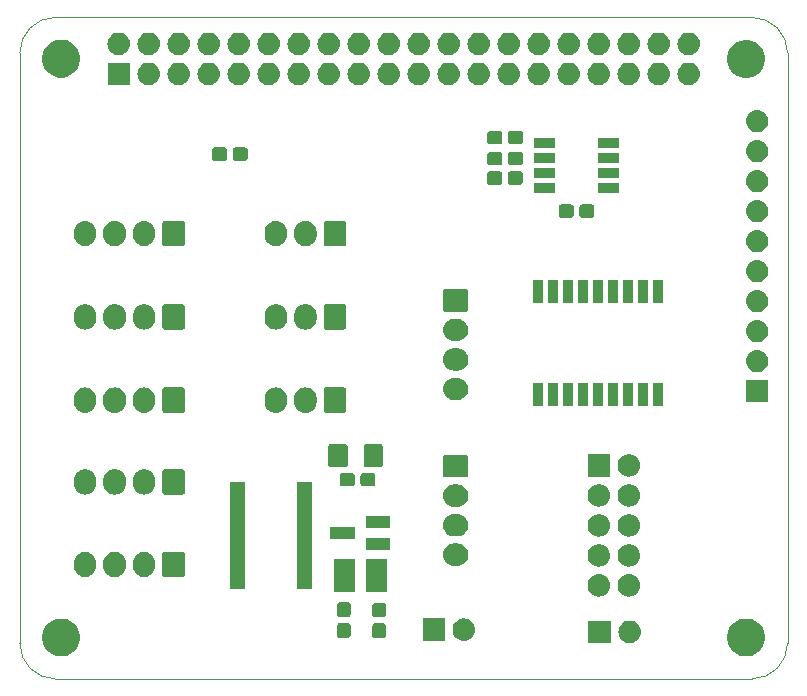
<source format=gbr>
G04 #@! TF.GenerationSoftware,KiCad,Pcbnew,(5.0.1)-3*
G04 #@! TF.CreationDate,2018-11-18T15:41:15-05:00*
G04 #@! TF.ProjectId,reef-piHat,726565662D70694861742E6B69636164,rev?*
G04 #@! TF.SameCoordinates,Original*
G04 #@! TF.FileFunction,Soldermask,Top*
G04 #@! TF.FilePolarity,Negative*
%FSLAX46Y46*%
G04 Gerber Fmt 4.6, Leading zero omitted, Abs format (unit mm)*
G04 Created by KiCad (PCBNEW (5.0.1)-3) date 11/18/2018 3:41:15 PM*
%MOMM*%
%LPD*%
G01*
G04 APERTURE LIST*
%ADD10C,0.100000*%
G04 APERTURE END LIST*
D10*
X78546356Y-63817611D02*
X78546356Y-113817611D01*
X78546356Y-63817611D02*
G75*
G02X81546356Y-60817611I3000000J0D01*
G01*
X140546356Y-60817611D02*
X81546356Y-60817611D01*
X140546356Y-60817611D02*
G75*
G02X143546356Y-63817611I0J-3000000D01*
G01*
X143546356Y-113817611D02*
X143546356Y-63817611D01*
X81546356Y-116817611D02*
G75*
G02X78546356Y-113817611I0J3000000D01*
G01*
X81546356Y-116817611D02*
X140546356Y-116817611D01*
X143546351Y-113822847D02*
G75*
G02X140546356Y-116817611I-2999995J5236D01*
G01*
G36*
X82506703Y-111781486D02*
X82797883Y-111902097D01*
X83059944Y-112077201D01*
X83282799Y-112300056D01*
X83457903Y-112562117D01*
X83578514Y-112853297D01*
X83640000Y-113162412D01*
X83640000Y-113477588D01*
X83578514Y-113786703D01*
X83457903Y-114077883D01*
X83282799Y-114339944D01*
X83059944Y-114562799D01*
X82797883Y-114737903D01*
X82506703Y-114858514D01*
X82197588Y-114920000D01*
X81882412Y-114920000D01*
X81573297Y-114858514D01*
X81282117Y-114737903D01*
X81020056Y-114562799D01*
X80797201Y-114339944D01*
X80622097Y-114077883D01*
X80501486Y-113786703D01*
X80440000Y-113477588D01*
X80440000Y-113162412D01*
X80501486Y-112853297D01*
X80622097Y-112562117D01*
X80797201Y-112300056D01*
X81020056Y-112077201D01*
X81282117Y-111902097D01*
X81573297Y-111781486D01*
X81882412Y-111720000D01*
X82197588Y-111720000D01*
X82506703Y-111781486D01*
X82506703Y-111781486D01*
G37*
G36*
X140496703Y-111771486D02*
X140787883Y-111892097D01*
X141049944Y-112067201D01*
X141272799Y-112290056D01*
X141447903Y-112552117D01*
X141568514Y-112843297D01*
X141630000Y-113152412D01*
X141630000Y-113467588D01*
X141568514Y-113776703D01*
X141447903Y-114067883D01*
X141272799Y-114329944D01*
X141049944Y-114552799D01*
X140787883Y-114727903D01*
X140496703Y-114848514D01*
X140187588Y-114910000D01*
X139872412Y-114910000D01*
X139563297Y-114848514D01*
X139272117Y-114727903D01*
X139010056Y-114552799D01*
X138787201Y-114329944D01*
X138612097Y-114067883D01*
X138491486Y-113776703D01*
X138430000Y-113467588D01*
X138430000Y-113152412D01*
X138491486Y-112843297D01*
X138612097Y-112552117D01*
X138787201Y-112290056D01*
X139010056Y-112067201D01*
X139272117Y-111892097D01*
X139563297Y-111771486D01*
X139872412Y-111710000D01*
X140187588Y-111710000D01*
X140496703Y-111771486D01*
X140496703Y-111771486D01*
G37*
G36*
X128585000Y-113789500D02*
X126685000Y-113789500D01*
X126685000Y-111889500D01*
X128585000Y-111889500D01*
X128585000Y-113789500D01*
X128585000Y-113789500D01*
G37*
G36*
X130361232Y-111903246D02*
X130450770Y-111930407D01*
X130540309Y-111957568D01*
X130705347Y-112045783D01*
X130850001Y-112164499D01*
X130968717Y-112309153D01*
X131056932Y-112474191D01*
X131111254Y-112653269D01*
X131129596Y-112839500D01*
X131111254Y-113025731D01*
X131056932Y-113204809D01*
X130968717Y-113369847D01*
X130850001Y-113514501D01*
X130705347Y-113633217D01*
X130540309Y-113721432D01*
X130450770Y-113748593D01*
X130361232Y-113775754D01*
X130221666Y-113789500D01*
X130128334Y-113789500D01*
X129988768Y-113775754D01*
X129899230Y-113748593D01*
X129809691Y-113721432D01*
X129644653Y-113633217D01*
X129499999Y-113514501D01*
X129381283Y-113369847D01*
X129293068Y-113204809D01*
X129238746Y-113025731D01*
X129220404Y-112839500D01*
X129238746Y-112653269D01*
X129293068Y-112474191D01*
X129381283Y-112309153D01*
X129499999Y-112164499D01*
X129644653Y-112045783D01*
X129809691Y-111957568D01*
X129899230Y-111930407D01*
X129988768Y-111903246D01*
X130128334Y-111889500D01*
X130221666Y-111889500D01*
X130361232Y-111903246D01*
X130361232Y-111903246D01*
G37*
G36*
X114551500Y-113599000D02*
X112651500Y-113599000D01*
X112651500Y-111699000D01*
X114551500Y-111699000D01*
X114551500Y-113599000D01*
X114551500Y-113599000D01*
G37*
G36*
X116257948Y-111705873D02*
X116327732Y-111712746D01*
X116351645Y-111720000D01*
X116506809Y-111767068D01*
X116671847Y-111855283D01*
X116816501Y-111973999D01*
X116935217Y-112118653D01*
X117023432Y-112283691D01*
X117034116Y-112318912D01*
X117077754Y-112462768D01*
X117096096Y-112649000D01*
X117077754Y-112835232D01*
X117072274Y-112853297D01*
X117023432Y-113014309D01*
X116935217Y-113179347D01*
X116816501Y-113324001D01*
X116671847Y-113442717D01*
X116506809Y-113530932D01*
X116417270Y-113558093D01*
X116327732Y-113585254D01*
X116188166Y-113599000D01*
X116094834Y-113599000D01*
X115955268Y-113585254D01*
X115865730Y-113558093D01*
X115776191Y-113530932D01*
X115611153Y-113442717D01*
X115466499Y-113324001D01*
X115347783Y-113179347D01*
X115259568Y-113014309D01*
X115210726Y-112853297D01*
X115205246Y-112835232D01*
X115186904Y-112649000D01*
X115205246Y-112462768D01*
X115248884Y-112318912D01*
X115259568Y-112283691D01*
X115347783Y-112118653D01*
X115466499Y-111973999D01*
X115611153Y-111855283D01*
X115776191Y-111767068D01*
X115931355Y-111720000D01*
X115955268Y-111712746D01*
X116025052Y-111705873D01*
X116094834Y-111699000D01*
X116188166Y-111699000D01*
X116257948Y-111705873D01*
X116257948Y-111705873D01*
G37*
G36*
X109359779Y-112127916D02*
X109401870Y-112140685D01*
X109440666Y-112161422D01*
X109474671Y-112189329D01*
X109502578Y-112223334D01*
X109523315Y-112262130D01*
X109536084Y-112304221D01*
X109541000Y-112354140D01*
X109541000Y-113141860D01*
X109536084Y-113191779D01*
X109523315Y-113233870D01*
X109502578Y-113272666D01*
X109474671Y-113306671D01*
X109440666Y-113334578D01*
X109401870Y-113355315D01*
X109359779Y-113368084D01*
X109309860Y-113373000D01*
X108622140Y-113373000D01*
X108572221Y-113368084D01*
X108530130Y-113355315D01*
X108491334Y-113334578D01*
X108457329Y-113306671D01*
X108429422Y-113272666D01*
X108408685Y-113233870D01*
X108395916Y-113191779D01*
X108391000Y-113141860D01*
X108391000Y-112354140D01*
X108395916Y-112304221D01*
X108408685Y-112262130D01*
X108429422Y-112223334D01*
X108457329Y-112189329D01*
X108491334Y-112161422D01*
X108530130Y-112140685D01*
X108572221Y-112127916D01*
X108622140Y-112123000D01*
X109309860Y-112123000D01*
X109359779Y-112127916D01*
X109359779Y-112127916D01*
G37*
G36*
X106375279Y-112092416D02*
X106417370Y-112105185D01*
X106456166Y-112125922D01*
X106490171Y-112153829D01*
X106518078Y-112187834D01*
X106538815Y-112226630D01*
X106551584Y-112268721D01*
X106556500Y-112318640D01*
X106556500Y-113106360D01*
X106551584Y-113156279D01*
X106538815Y-113198370D01*
X106518078Y-113237166D01*
X106490171Y-113271171D01*
X106456166Y-113299078D01*
X106417370Y-113319815D01*
X106375279Y-113332584D01*
X106325360Y-113337500D01*
X105637640Y-113337500D01*
X105587721Y-113332584D01*
X105545630Y-113319815D01*
X105506834Y-113299078D01*
X105472829Y-113271171D01*
X105444922Y-113237166D01*
X105424185Y-113198370D01*
X105411416Y-113156279D01*
X105406500Y-113106360D01*
X105406500Y-112318640D01*
X105411416Y-112268721D01*
X105424185Y-112226630D01*
X105444922Y-112187834D01*
X105472829Y-112153829D01*
X105506834Y-112125922D01*
X105545630Y-112105185D01*
X105587721Y-112092416D01*
X105637640Y-112087500D01*
X106325360Y-112087500D01*
X106375279Y-112092416D01*
X106375279Y-112092416D01*
G37*
G36*
X109359779Y-110377916D02*
X109401870Y-110390685D01*
X109440666Y-110411422D01*
X109474671Y-110439329D01*
X109502578Y-110473334D01*
X109523315Y-110512130D01*
X109536084Y-110554221D01*
X109541000Y-110604140D01*
X109541000Y-111391860D01*
X109536084Y-111441779D01*
X109523315Y-111483870D01*
X109502578Y-111522666D01*
X109474671Y-111556671D01*
X109440666Y-111584578D01*
X109401870Y-111605315D01*
X109359779Y-111618084D01*
X109309860Y-111623000D01*
X108622140Y-111623000D01*
X108572221Y-111618084D01*
X108530130Y-111605315D01*
X108491334Y-111584578D01*
X108457329Y-111556671D01*
X108429422Y-111522666D01*
X108408685Y-111483870D01*
X108395916Y-111441779D01*
X108391000Y-111391860D01*
X108391000Y-110604140D01*
X108395916Y-110554221D01*
X108408685Y-110512130D01*
X108429422Y-110473334D01*
X108457329Y-110439329D01*
X108491334Y-110411422D01*
X108530130Y-110390685D01*
X108572221Y-110377916D01*
X108622140Y-110373000D01*
X109309860Y-110373000D01*
X109359779Y-110377916D01*
X109359779Y-110377916D01*
G37*
G36*
X106375279Y-110342416D02*
X106417370Y-110355185D01*
X106456166Y-110375922D01*
X106490171Y-110403829D01*
X106518078Y-110437834D01*
X106538815Y-110476630D01*
X106551584Y-110518721D01*
X106556500Y-110568640D01*
X106556500Y-111356360D01*
X106551584Y-111406279D01*
X106538815Y-111448370D01*
X106518078Y-111487166D01*
X106490171Y-111521171D01*
X106456166Y-111549078D01*
X106417370Y-111569815D01*
X106375279Y-111582584D01*
X106325360Y-111587500D01*
X105637640Y-111587500D01*
X105587721Y-111582584D01*
X105545630Y-111569815D01*
X105506834Y-111549078D01*
X105472829Y-111521171D01*
X105444922Y-111487166D01*
X105424185Y-111448370D01*
X105411416Y-111406279D01*
X105406500Y-111356360D01*
X105406500Y-110568640D01*
X105411416Y-110518721D01*
X105424185Y-110476630D01*
X105444922Y-110437834D01*
X105472829Y-110403829D01*
X105506834Y-110375922D01*
X105545630Y-110355185D01*
X105587721Y-110342416D01*
X105637640Y-110337500D01*
X106325360Y-110337500D01*
X106375279Y-110342416D01*
X106375279Y-110342416D01*
G37*
G36*
X127757732Y-107966246D02*
X127785268Y-107974599D01*
X127936809Y-108020568D01*
X128101847Y-108108783D01*
X128246501Y-108227499D01*
X128365217Y-108372153D01*
X128453432Y-108537191D01*
X128507754Y-108716269D01*
X128526096Y-108902500D01*
X128507754Y-109088731D01*
X128453432Y-109267809D01*
X128365217Y-109432847D01*
X128246501Y-109577501D01*
X128101847Y-109696217D01*
X127936809Y-109784432D01*
X127847270Y-109811593D01*
X127757732Y-109838754D01*
X127618166Y-109852500D01*
X127524834Y-109852500D01*
X127385268Y-109838754D01*
X127295730Y-109811593D01*
X127206191Y-109784432D01*
X127041153Y-109696217D01*
X126896499Y-109577501D01*
X126777783Y-109432847D01*
X126689568Y-109267809D01*
X126635246Y-109088731D01*
X126616904Y-108902500D01*
X126635246Y-108716269D01*
X126689568Y-108537191D01*
X126777783Y-108372153D01*
X126896499Y-108227499D01*
X127041153Y-108108783D01*
X127206191Y-108020568D01*
X127357732Y-107974599D01*
X127385268Y-107966246D01*
X127524834Y-107952500D01*
X127618166Y-107952500D01*
X127757732Y-107966246D01*
X127757732Y-107966246D01*
G37*
G36*
X130297732Y-107966246D02*
X130325268Y-107974599D01*
X130476809Y-108020568D01*
X130641847Y-108108783D01*
X130786501Y-108227499D01*
X130905217Y-108372153D01*
X130993432Y-108537191D01*
X131047754Y-108716269D01*
X131066096Y-108902500D01*
X131047754Y-109088731D01*
X130993432Y-109267809D01*
X130905217Y-109432847D01*
X130786501Y-109577501D01*
X130641847Y-109696217D01*
X130476809Y-109784432D01*
X130387270Y-109811593D01*
X130297732Y-109838754D01*
X130158166Y-109852500D01*
X130064834Y-109852500D01*
X129925268Y-109838754D01*
X129835730Y-109811593D01*
X129746191Y-109784432D01*
X129581153Y-109696217D01*
X129436499Y-109577501D01*
X129317783Y-109432847D01*
X129229568Y-109267809D01*
X129175246Y-109088731D01*
X129156904Y-108902500D01*
X129175246Y-108716269D01*
X129229568Y-108537191D01*
X129317783Y-108372153D01*
X129436499Y-108227499D01*
X129581153Y-108108783D01*
X129746191Y-108020568D01*
X129897732Y-107974599D01*
X129925268Y-107966246D01*
X130064834Y-107952500D01*
X130158166Y-107952500D01*
X130297732Y-107966246D01*
X130297732Y-107966246D01*
G37*
G36*
X109608500Y-109452000D02*
X107848500Y-109452000D01*
X107848500Y-106702000D01*
X109608500Y-106702000D01*
X109608500Y-109452000D01*
X109608500Y-109452000D01*
G37*
G36*
X106908500Y-109452000D02*
X105148500Y-109452000D01*
X105148500Y-106702000D01*
X106908500Y-106702000D01*
X106908500Y-109452000D01*
X106908500Y-109452000D01*
G37*
G36*
X103322000Y-109173000D02*
X102022000Y-109173000D01*
X102022000Y-100123000D01*
X103322000Y-100123000D01*
X103322000Y-109173000D01*
X103322000Y-109173000D01*
G37*
G36*
X97622000Y-109173000D02*
X96322000Y-109173000D01*
X96322000Y-100123000D01*
X97622000Y-100123000D01*
X97622000Y-109173000D01*
X97622000Y-109173000D01*
G37*
G36*
X89253232Y-106063246D02*
X89315784Y-106082221D01*
X89432309Y-106117568D01*
X89597347Y-106205783D01*
X89742001Y-106324499D01*
X89860717Y-106469153D01*
X89860718Y-106469155D01*
X89948932Y-106634192D01*
X90003254Y-106813268D01*
X90003254Y-106813270D01*
X90017000Y-106952835D01*
X90017000Y-107296166D01*
X90003254Y-107435731D01*
X89948932Y-107614809D01*
X89860717Y-107779847D01*
X89742001Y-107924501D01*
X89597347Y-108043217D01*
X89432308Y-108131432D01*
X89342769Y-108158593D01*
X89253231Y-108185754D01*
X89067000Y-108204096D01*
X88880768Y-108185754D01*
X88791230Y-108158593D01*
X88701691Y-108131432D01*
X88536653Y-108043217D01*
X88391999Y-107924501D01*
X88273283Y-107779847D01*
X88185068Y-107614808D01*
X88157907Y-107525269D01*
X88130746Y-107435731D01*
X88117000Y-107296164D01*
X88117000Y-106952835D01*
X88130746Y-106813268D01*
X88185068Y-106634192D01*
X88185068Y-106634191D01*
X88260948Y-106492231D01*
X88273282Y-106469155D01*
X88391999Y-106324499D01*
X88516911Y-106221986D01*
X88536654Y-106205783D01*
X88701692Y-106117568D01*
X88818217Y-106082221D01*
X88880769Y-106063246D01*
X89067000Y-106044904D01*
X89253232Y-106063246D01*
X89253232Y-106063246D01*
G37*
G36*
X84253232Y-106063246D02*
X84315784Y-106082221D01*
X84432309Y-106117568D01*
X84597347Y-106205783D01*
X84742001Y-106324499D01*
X84860717Y-106469153D01*
X84860718Y-106469155D01*
X84948932Y-106634192D01*
X85003254Y-106813268D01*
X85003254Y-106813270D01*
X85017000Y-106952835D01*
X85017000Y-107296166D01*
X85003254Y-107435731D01*
X84948932Y-107614809D01*
X84860717Y-107779847D01*
X84742001Y-107924501D01*
X84597347Y-108043217D01*
X84432308Y-108131432D01*
X84342769Y-108158593D01*
X84253231Y-108185754D01*
X84067000Y-108204096D01*
X83880768Y-108185754D01*
X83791230Y-108158593D01*
X83701691Y-108131432D01*
X83536653Y-108043217D01*
X83391999Y-107924501D01*
X83273283Y-107779847D01*
X83185068Y-107614808D01*
X83157907Y-107525269D01*
X83130746Y-107435731D01*
X83117000Y-107296164D01*
X83117000Y-106952835D01*
X83130746Y-106813268D01*
X83185068Y-106634192D01*
X83185068Y-106634191D01*
X83260948Y-106492231D01*
X83273282Y-106469155D01*
X83391999Y-106324499D01*
X83516911Y-106221986D01*
X83536654Y-106205783D01*
X83701692Y-106117568D01*
X83818217Y-106082221D01*
X83880769Y-106063246D01*
X84067000Y-106044904D01*
X84253232Y-106063246D01*
X84253232Y-106063246D01*
G37*
G36*
X86753232Y-106063246D02*
X86815784Y-106082221D01*
X86932309Y-106117568D01*
X87097347Y-106205783D01*
X87242001Y-106324499D01*
X87360717Y-106469153D01*
X87360718Y-106469155D01*
X87448932Y-106634192D01*
X87503254Y-106813268D01*
X87503254Y-106813270D01*
X87517000Y-106952835D01*
X87517000Y-107296166D01*
X87503254Y-107435731D01*
X87448932Y-107614809D01*
X87360717Y-107779847D01*
X87242001Y-107924501D01*
X87097347Y-108043217D01*
X86932308Y-108131432D01*
X86842769Y-108158593D01*
X86753231Y-108185754D01*
X86567000Y-108204096D01*
X86380768Y-108185754D01*
X86291230Y-108158593D01*
X86201691Y-108131432D01*
X86036653Y-108043217D01*
X85891999Y-107924501D01*
X85773283Y-107779847D01*
X85685068Y-107614808D01*
X85657907Y-107525269D01*
X85630746Y-107435731D01*
X85617000Y-107296164D01*
X85617000Y-106952835D01*
X85630746Y-106813268D01*
X85685068Y-106634192D01*
X85685068Y-106634191D01*
X85760948Y-106492231D01*
X85773282Y-106469155D01*
X85891999Y-106324499D01*
X86016911Y-106221986D01*
X86036654Y-106205783D01*
X86201692Y-106117568D01*
X86318217Y-106082221D01*
X86380769Y-106063246D01*
X86567000Y-106044904D01*
X86753232Y-106063246D01*
X86753232Y-106063246D01*
G37*
G36*
X92363001Y-106053766D02*
X92398753Y-106064611D01*
X92431698Y-106082221D01*
X92460578Y-106105922D01*
X92484279Y-106134802D01*
X92501889Y-106167747D01*
X92512734Y-106203499D01*
X92517000Y-106246816D01*
X92517000Y-108002184D01*
X92512734Y-108045501D01*
X92501889Y-108081253D01*
X92484279Y-108114198D01*
X92460578Y-108143078D01*
X92431698Y-108166779D01*
X92398753Y-108184389D01*
X92363001Y-108195234D01*
X92319684Y-108199500D01*
X90814316Y-108199500D01*
X90770999Y-108195234D01*
X90735247Y-108184389D01*
X90702302Y-108166779D01*
X90673422Y-108143078D01*
X90649721Y-108114198D01*
X90632111Y-108081253D01*
X90621266Y-108045501D01*
X90617000Y-108002184D01*
X90617000Y-106246816D01*
X90621266Y-106203499D01*
X90632111Y-106167747D01*
X90649721Y-106134802D01*
X90673422Y-106105922D01*
X90702302Y-106082221D01*
X90735247Y-106064611D01*
X90770999Y-106053766D01*
X90814316Y-106049500D01*
X92319684Y-106049500D01*
X92363001Y-106053766D01*
X92363001Y-106053766D01*
G37*
G36*
X130297732Y-105426246D02*
X130387270Y-105453407D01*
X130476809Y-105480568D01*
X130641847Y-105568783D01*
X130786501Y-105687499D01*
X130905217Y-105832153D01*
X130993432Y-105997191D01*
X131010594Y-106053766D01*
X131047754Y-106176268D01*
X131066096Y-106362500D01*
X131055592Y-106469155D01*
X131047754Y-106548731D01*
X130993432Y-106727809D01*
X130905217Y-106892847D01*
X130786501Y-107037501D01*
X130641847Y-107156217D01*
X130476809Y-107244432D01*
X130387270Y-107271593D01*
X130297732Y-107298754D01*
X130227948Y-107305627D01*
X130158166Y-107312500D01*
X130064834Y-107312500D01*
X129995052Y-107305627D01*
X129925268Y-107298754D01*
X129835730Y-107271593D01*
X129746191Y-107244432D01*
X129581153Y-107156217D01*
X129436499Y-107037501D01*
X129317783Y-106892847D01*
X129229568Y-106727809D01*
X129175246Y-106548731D01*
X129167409Y-106469155D01*
X129156904Y-106362500D01*
X129175246Y-106176268D01*
X129212406Y-106053766D01*
X129229568Y-105997191D01*
X129317783Y-105832153D01*
X129436499Y-105687499D01*
X129581153Y-105568783D01*
X129746191Y-105480568D01*
X129835730Y-105453407D01*
X129925268Y-105426246D01*
X130064834Y-105412500D01*
X130158166Y-105412500D01*
X130297732Y-105426246D01*
X130297732Y-105426246D01*
G37*
G36*
X127757732Y-105426246D02*
X127847270Y-105453407D01*
X127936809Y-105480568D01*
X128101847Y-105568783D01*
X128246501Y-105687499D01*
X128365217Y-105832153D01*
X128453432Y-105997191D01*
X128470594Y-106053766D01*
X128507754Y-106176268D01*
X128526096Y-106362500D01*
X128515592Y-106469155D01*
X128507754Y-106548731D01*
X128453432Y-106727809D01*
X128365217Y-106892847D01*
X128246501Y-107037501D01*
X128101847Y-107156217D01*
X127936809Y-107244432D01*
X127847270Y-107271593D01*
X127757732Y-107298754D01*
X127687948Y-107305627D01*
X127618166Y-107312500D01*
X127524834Y-107312500D01*
X127455052Y-107305627D01*
X127385268Y-107298754D01*
X127295730Y-107271593D01*
X127206191Y-107244432D01*
X127041153Y-107156217D01*
X126896499Y-107037501D01*
X126777783Y-106892847D01*
X126689568Y-106727809D01*
X126635246Y-106548731D01*
X126627409Y-106469155D01*
X126616904Y-106362500D01*
X126635246Y-106176268D01*
X126672406Y-106053766D01*
X126689568Y-105997191D01*
X126777783Y-105832153D01*
X126896499Y-105687499D01*
X127041153Y-105568783D01*
X127206191Y-105480568D01*
X127295730Y-105453407D01*
X127385268Y-105426246D01*
X127524834Y-105412500D01*
X127618166Y-105412500D01*
X127757732Y-105426246D01*
X127757732Y-105426246D01*
G37*
G36*
X115754232Y-105369746D02*
X115843770Y-105396907D01*
X115933309Y-105424068D01*
X116098347Y-105512283D01*
X116243001Y-105630999D01*
X116361717Y-105775653D01*
X116449932Y-105940691D01*
X116449932Y-105940692D01*
X116504254Y-106119768D01*
X116512726Y-106205783D01*
X116522596Y-106306000D01*
X116504254Y-106492231D01*
X116449932Y-106671309D01*
X116361717Y-106836347D01*
X116243001Y-106981001D01*
X116098347Y-107099717D01*
X115933309Y-107187932D01*
X115843770Y-107215093D01*
X115754232Y-107242254D01*
X115614666Y-107256000D01*
X115271334Y-107256000D01*
X115131768Y-107242254D01*
X115042230Y-107215093D01*
X114952691Y-107187932D01*
X114787653Y-107099717D01*
X114642999Y-106981001D01*
X114524283Y-106836347D01*
X114436068Y-106671309D01*
X114381746Y-106492231D01*
X114363404Y-106306000D01*
X114373274Y-106205783D01*
X114381746Y-106119768D01*
X114436068Y-105940692D01*
X114436068Y-105940691D01*
X114524283Y-105775653D01*
X114642999Y-105630999D01*
X114787653Y-105512283D01*
X114952691Y-105424068D01*
X115042230Y-105396907D01*
X115131768Y-105369746D01*
X115271334Y-105356000D01*
X115614666Y-105356000D01*
X115754232Y-105369746D01*
X115754232Y-105369746D01*
G37*
G36*
X109928500Y-105907500D02*
X107828500Y-105907500D01*
X107828500Y-104907500D01*
X109928500Y-104907500D01*
X109928500Y-105907500D01*
X109928500Y-105907500D01*
G37*
G36*
X106928500Y-104957500D02*
X104828500Y-104957500D01*
X104828500Y-103957500D01*
X106928500Y-103957500D01*
X106928500Y-104957500D01*
X106928500Y-104957500D01*
G37*
G36*
X130297732Y-102886246D02*
X130387270Y-102913407D01*
X130476809Y-102940568D01*
X130641847Y-103028783D01*
X130786501Y-103147499D01*
X130905217Y-103292153D01*
X130993432Y-103457191D01*
X131047754Y-103636269D01*
X131066096Y-103822500D01*
X131047754Y-104008731D01*
X130993432Y-104187809D01*
X130905217Y-104352847D01*
X130786501Y-104497501D01*
X130641847Y-104616217D01*
X130476809Y-104704432D01*
X130387270Y-104731593D01*
X130297732Y-104758754D01*
X130158166Y-104772500D01*
X130064834Y-104772500D01*
X129925268Y-104758754D01*
X129835730Y-104731593D01*
X129746191Y-104704432D01*
X129581153Y-104616217D01*
X129436499Y-104497501D01*
X129317783Y-104352847D01*
X129229568Y-104187809D01*
X129175246Y-104008731D01*
X129156904Y-103822500D01*
X129175246Y-103636269D01*
X129229568Y-103457191D01*
X129317783Y-103292153D01*
X129436499Y-103147499D01*
X129581153Y-103028783D01*
X129746191Y-102940568D01*
X129835730Y-102913407D01*
X129925268Y-102886246D01*
X130064834Y-102872500D01*
X130158166Y-102872500D01*
X130297732Y-102886246D01*
X130297732Y-102886246D01*
G37*
G36*
X127757732Y-102886246D02*
X127847270Y-102913407D01*
X127936809Y-102940568D01*
X128101847Y-103028783D01*
X128246501Y-103147499D01*
X128365217Y-103292153D01*
X128453432Y-103457191D01*
X128507754Y-103636269D01*
X128526096Y-103822500D01*
X128507754Y-104008731D01*
X128453432Y-104187809D01*
X128365217Y-104352847D01*
X128246501Y-104497501D01*
X128101847Y-104616217D01*
X127936809Y-104704432D01*
X127847270Y-104731593D01*
X127757732Y-104758754D01*
X127618166Y-104772500D01*
X127524834Y-104772500D01*
X127385268Y-104758754D01*
X127295730Y-104731593D01*
X127206191Y-104704432D01*
X127041153Y-104616217D01*
X126896499Y-104497501D01*
X126777783Y-104352847D01*
X126689568Y-104187809D01*
X126635246Y-104008731D01*
X126616904Y-103822500D01*
X126635246Y-103636269D01*
X126689568Y-103457191D01*
X126777783Y-103292153D01*
X126896499Y-103147499D01*
X127041153Y-103028783D01*
X127206191Y-102940568D01*
X127295730Y-102913407D01*
X127385268Y-102886246D01*
X127524834Y-102872500D01*
X127618166Y-102872500D01*
X127757732Y-102886246D01*
X127757732Y-102886246D01*
G37*
G36*
X115684448Y-102862873D02*
X115754232Y-102869746D01*
X115808625Y-102886246D01*
X115933309Y-102924068D01*
X116098347Y-103012283D01*
X116243001Y-103130999D01*
X116361717Y-103275653D01*
X116449932Y-103440691D01*
X116449932Y-103440692D01*
X116504254Y-103619768D01*
X116522596Y-103806000D01*
X116504254Y-103992232D01*
X116477093Y-104081770D01*
X116449932Y-104171309D01*
X116361717Y-104336347D01*
X116243001Y-104481001D01*
X116098347Y-104599717D01*
X115933309Y-104687932D01*
X115878915Y-104704432D01*
X115754232Y-104742254D01*
X115614666Y-104756000D01*
X115271334Y-104756000D01*
X115201552Y-104749127D01*
X115131768Y-104742254D01*
X115007085Y-104704432D01*
X114952691Y-104687932D01*
X114787653Y-104599717D01*
X114642999Y-104481001D01*
X114524283Y-104336347D01*
X114436068Y-104171309D01*
X114408907Y-104081770D01*
X114381746Y-103992232D01*
X114363404Y-103806000D01*
X114381746Y-103619768D01*
X114436068Y-103440692D01*
X114436068Y-103440691D01*
X114524283Y-103275653D01*
X114642999Y-103130999D01*
X114787653Y-103012283D01*
X114952691Y-102924068D01*
X115077375Y-102886246D01*
X115131768Y-102869746D01*
X115201552Y-102862873D01*
X115271334Y-102856000D01*
X115614666Y-102856000D01*
X115684448Y-102862873D01*
X115684448Y-102862873D01*
G37*
G36*
X109928500Y-104007500D02*
X107828500Y-104007500D01*
X107828500Y-103007500D01*
X109928500Y-103007500D01*
X109928500Y-104007500D01*
X109928500Y-104007500D01*
G37*
G36*
X115684448Y-100362873D02*
X115754232Y-100369746D01*
X115804089Y-100384870D01*
X115933309Y-100424068D01*
X116098347Y-100512283D01*
X116243001Y-100630999D01*
X116361717Y-100775653D01*
X116449932Y-100940691D01*
X116449932Y-100940692D01*
X116504254Y-101119768D01*
X116522596Y-101306000D01*
X116506569Y-101468732D01*
X116504254Y-101492231D01*
X116449932Y-101671309D01*
X116361717Y-101836347D01*
X116243001Y-101981001D01*
X116098347Y-102099717D01*
X115933309Y-102187932D01*
X115843770Y-102215093D01*
X115754232Y-102242254D01*
X115684448Y-102249127D01*
X115614666Y-102256000D01*
X115271334Y-102256000D01*
X115201552Y-102249127D01*
X115131768Y-102242254D01*
X115042230Y-102215093D01*
X114952691Y-102187932D01*
X114787653Y-102099717D01*
X114642999Y-101981001D01*
X114524283Y-101836347D01*
X114436068Y-101671309D01*
X114381746Y-101492231D01*
X114379432Y-101468732D01*
X114363404Y-101306000D01*
X114381746Y-101119768D01*
X114436068Y-100940692D01*
X114436068Y-100940691D01*
X114524283Y-100775653D01*
X114642999Y-100630999D01*
X114787653Y-100512283D01*
X114952691Y-100424068D01*
X115081911Y-100384870D01*
X115131768Y-100369746D01*
X115201552Y-100362873D01*
X115271334Y-100356000D01*
X115614666Y-100356000D01*
X115684448Y-100362873D01*
X115684448Y-100362873D01*
G37*
G36*
X130297732Y-100346246D02*
X130375201Y-100369746D01*
X130476809Y-100400568D01*
X130641847Y-100488783D01*
X130786501Y-100607499D01*
X130905217Y-100752153D01*
X130993432Y-100917191D01*
X131000561Y-100940692D01*
X131047754Y-101096268D01*
X131066096Y-101282500D01*
X131047754Y-101468732D01*
X131040625Y-101492232D01*
X130993432Y-101647809D01*
X130905217Y-101812847D01*
X130786501Y-101957501D01*
X130641847Y-102076217D01*
X130476809Y-102164432D01*
X130399339Y-102187932D01*
X130297732Y-102218754D01*
X130227948Y-102225627D01*
X130158166Y-102232500D01*
X130064834Y-102232500D01*
X129925268Y-102218754D01*
X129823661Y-102187932D01*
X129746191Y-102164432D01*
X129581153Y-102076217D01*
X129436499Y-101957501D01*
X129317783Y-101812847D01*
X129229568Y-101647809D01*
X129182375Y-101492232D01*
X129175246Y-101468732D01*
X129156904Y-101282500D01*
X129175246Y-101096268D01*
X129222439Y-100940692D01*
X129229568Y-100917191D01*
X129317783Y-100752153D01*
X129436499Y-100607499D01*
X129581153Y-100488783D01*
X129746191Y-100400568D01*
X129847799Y-100369746D01*
X129925268Y-100346246D01*
X129995052Y-100339373D01*
X130064834Y-100332500D01*
X130158166Y-100332500D01*
X130297732Y-100346246D01*
X130297732Y-100346246D01*
G37*
G36*
X127757732Y-100346246D02*
X127835201Y-100369746D01*
X127936809Y-100400568D01*
X128101847Y-100488783D01*
X128246501Y-100607499D01*
X128365217Y-100752153D01*
X128453432Y-100917191D01*
X128460561Y-100940692D01*
X128507754Y-101096268D01*
X128526096Y-101282500D01*
X128507754Y-101468732D01*
X128500625Y-101492232D01*
X128453432Y-101647809D01*
X128365217Y-101812847D01*
X128246501Y-101957501D01*
X128101847Y-102076217D01*
X127936809Y-102164432D01*
X127859339Y-102187932D01*
X127757732Y-102218754D01*
X127687948Y-102225627D01*
X127618166Y-102232500D01*
X127524834Y-102232500D01*
X127385268Y-102218754D01*
X127283661Y-102187932D01*
X127206191Y-102164432D01*
X127041153Y-102076217D01*
X126896499Y-101957501D01*
X126777783Y-101812847D01*
X126689568Y-101647809D01*
X126642375Y-101492232D01*
X126635246Y-101468732D01*
X126616904Y-101282500D01*
X126635246Y-101096268D01*
X126682439Y-100940692D01*
X126689568Y-100917191D01*
X126777783Y-100752153D01*
X126896499Y-100607499D01*
X127041153Y-100488783D01*
X127206191Y-100400568D01*
X127307799Y-100369746D01*
X127385268Y-100346246D01*
X127455052Y-100339373D01*
X127524834Y-100332500D01*
X127618166Y-100332500D01*
X127757732Y-100346246D01*
X127757732Y-100346246D01*
G37*
G36*
X84253232Y-99078246D02*
X84315784Y-99097221D01*
X84432309Y-99132568D01*
X84597347Y-99220783D01*
X84742001Y-99339499D01*
X84860717Y-99484153D01*
X84860718Y-99484155D01*
X84948932Y-99649192D01*
X85003254Y-99828269D01*
X85017000Y-99967836D01*
X85017000Y-100311165D01*
X85003254Y-100450732D01*
X84991712Y-100488782D01*
X84948932Y-100629809D01*
X84860717Y-100794847D01*
X84742001Y-100939501D01*
X84597347Y-101058217D01*
X84432308Y-101146432D01*
X84342769Y-101173593D01*
X84253231Y-101200754D01*
X84067000Y-101219096D01*
X83880768Y-101200754D01*
X83791230Y-101173593D01*
X83701691Y-101146432D01*
X83536653Y-101058217D01*
X83391999Y-100939501D01*
X83273283Y-100794847D01*
X83185068Y-100629808D01*
X83138274Y-100475548D01*
X83130746Y-100450731D01*
X83117000Y-100311164D01*
X83117000Y-99967835D01*
X83130746Y-99828268D01*
X83166952Y-99708911D01*
X83185068Y-99649191D01*
X83273282Y-99484155D01*
X83391999Y-99339499D01*
X83453044Y-99289401D01*
X83536654Y-99220783D01*
X83701692Y-99132568D01*
X83818217Y-99097221D01*
X83880769Y-99078246D01*
X84067000Y-99059904D01*
X84253232Y-99078246D01*
X84253232Y-99078246D01*
G37*
G36*
X86753232Y-99078246D02*
X86815784Y-99097221D01*
X86932309Y-99132568D01*
X87097347Y-99220783D01*
X87242001Y-99339499D01*
X87360717Y-99484153D01*
X87360718Y-99484155D01*
X87448932Y-99649192D01*
X87503254Y-99828269D01*
X87517000Y-99967836D01*
X87517000Y-100311165D01*
X87503254Y-100450732D01*
X87491712Y-100488782D01*
X87448932Y-100629809D01*
X87360717Y-100794847D01*
X87242001Y-100939501D01*
X87097347Y-101058217D01*
X86932308Y-101146432D01*
X86842769Y-101173593D01*
X86753231Y-101200754D01*
X86567000Y-101219096D01*
X86380768Y-101200754D01*
X86291230Y-101173593D01*
X86201691Y-101146432D01*
X86036653Y-101058217D01*
X85891999Y-100939501D01*
X85773283Y-100794847D01*
X85685068Y-100629808D01*
X85638274Y-100475548D01*
X85630746Y-100450731D01*
X85617000Y-100311164D01*
X85617000Y-99967835D01*
X85630746Y-99828268D01*
X85666952Y-99708911D01*
X85685068Y-99649191D01*
X85773282Y-99484155D01*
X85891999Y-99339499D01*
X85953044Y-99289401D01*
X86036654Y-99220783D01*
X86201692Y-99132568D01*
X86318217Y-99097221D01*
X86380769Y-99078246D01*
X86567000Y-99059904D01*
X86753232Y-99078246D01*
X86753232Y-99078246D01*
G37*
G36*
X89253232Y-99078246D02*
X89315784Y-99097221D01*
X89432309Y-99132568D01*
X89597347Y-99220783D01*
X89742001Y-99339499D01*
X89860717Y-99484153D01*
X89860718Y-99484155D01*
X89948932Y-99649192D01*
X90003254Y-99828269D01*
X90017000Y-99967836D01*
X90017000Y-100311165D01*
X90003254Y-100450732D01*
X89991712Y-100488782D01*
X89948932Y-100629809D01*
X89860717Y-100794847D01*
X89742001Y-100939501D01*
X89597347Y-101058217D01*
X89432308Y-101146432D01*
X89342769Y-101173593D01*
X89253231Y-101200754D01*
X89067000Y-101219096D01*
X88880768Y-101200754D01*
X88791230Y-101173593D01*
X88701691Y-101146432D01*
X88536653Y-101058217D01*
X88391999Y-100939501D01*
X88273283Y-100794847D01*
X88185068Y-100629808D01*
X88138274Y-100475548D01*
X88130746Y-100450731D01*
X88117000Y-100311164D01*
X88117000Y-99967835D01*
X88130746Y-99828268D01*
X88166952Y-99708911D01*
X88185068Y-99649191D01*
X88273282Y-99484155D01*
X88391999Y-99339499D01*
X88453044Y-99289401D01*
X88536654Y-99220783D01*
X88701692Y-99132568D01*
X88818217Y-99097221D01*
X88880769Y-99078246D01*
X89067000Y-99059904D01*
X89253232Y-99078246D01*
X89253232Y-99078246D01*
G37*
G36*
X92363001Y-99068766D02*
X92398753Y-99079611D01*
X92431698Y-99097221D01*
X92460578Y-99120922D01*
X92484279Y-99149802D01*
X92501889Y-99182747D01*
X92512734Y-99218499D01*
X92517000Y-99261816D01*
X92517000Y-101017184D01*
X92512734Y-101060501D01*
X92501889Y-101096253D01*
X92484279Y-101129198D01*
X92460578Y-101158078D01*
X92431698Y-101181779D01*
X92398753Y-101199389D01*
X92363001Y-101210234D01*
X92319684Y-101214500D01*
X90814316Y-101214500D01*
X90770999Y-101210234D01*
X90735247Y-101199389D01*
X90702302Y-101181779D01*
X90673422Y-101158078D01*
X90649721Y-101129198D01*
X90632111Y-101096253D01*
X90621266Y-101060501D01*
X90617000Y-101017184D01*
X90617000Y-99261816D01*
X90621266Y-99218499D01*
X90632111Y-99182747D01*
X90649721Y-99149802D01*
X90673422Y-99120922D01*
X90702302Y-99097221D01*
X90735247Y-99079611D01*
X90770999Y-99068766D01*
X90814316Y-99064500D01*
X92319684Y-99064500D01*
X92363001Y-99068766D01*
X92363001Y-99068766D01*
G37*
G36*
X108457279Y-99378916D02*
X108499370Y-99391685D01*
X108538166Y-99412422D01*
X108572171Y-99440329D01*
X108600078Y-99474334D01*
X108620815Y-99513130D01*
X108633584Y-99555221D01*
X108638500Y-99605140D01*
X108638500Y-100292860D01*
X108633584Y-100342779D01*
X108620815Y-100384870D01*
X108600078Y-100423666D01*
X108572171Y-100457671D01*
X108538166Y-100485578D01*
X108499370Y-100506315D01*
X108457279Y-100519084D01*
X108407360Y-100524000D01*
X107619640Y-100524000D01*
X107569721Y-100519084D01*
X107527630Y-100506315D01*
X107488834Y-100485578D01*
X107454829Y-100457671D01*
X107426922Y-100423666D01*
X107406185Y-100384870D01*
X107393416Y-100342779D01*
X107388500Y-100292860D01*
X107388500Y-99605140D01*
X107393416Y-99555221D01*
X107406185Y-99513130D01*
X107426922Y-99474334D01*
X107454829Y-99440329D01*
X107488834Y-99412422D01*
X107527630Y-99391685D01*
X107569721Y-99378916D01*
X107619640Y-99374000D01*
X108407360Y-99374000D01*
X108457279Y-99378916D01*
X108457279Y-99378916D01*
G37*
G36*
X106707279Y-99378916D02*
X106749370Y-99391685D01*
X106788166Y-99412422D01*
X106822171Y-99440329D01*
X106850078Y-99474334D01*
X106870815Y-99513130D01*
X106883584Y-99555221D01*
X106888500Y-99605140D01*
X106888500Y-100292860D01*
X106883584Y-100342779D01*
X106870815Y-100384870D01*
X106850078Y-100423666D01*
X106822171Y-100457671D01*
X106788166Y-100485578D01*
X106749370Y-100506315D01*
X106707279Y-100519084D01*
X106657360Y-100524000D01*
X105869640Y-100524000D01*
X105819721Y-100519084D01*
X105777630Y-100506315D01*
X105738834Y-100485578D01*
X105704829Y-100457671D01*
X105676922Y-100423666D01*
X105656185Y-100384870D01*
X105643416Y-100342779D01*
X105638500Y-100292860D01*
X105638500Y-99605140D01*
X105643416Y-99555221D01*
X105656185Y-99513130D01*
X105676922Y-99474334D01*
X105704829Y-99440329D01*
X105738834Y-99412422D01*
X105777630Y-99391685D01*
X105819721Y-99378916D01*
X105869640Y-99374000D01*
X106657360Y-99374000D01*
X106707279Y-99378916D01*
X106707279Y-99378916D01*
G37*
G36*
X116364001Y-97860266D02*
X116399753Y-97871111D01*
X116432698Y-97888721D01*
X116461578Y-97912422D01*
X116485279Y-97941302D01*
X116502889Y-97974247D01*
X116513734Y-98009999D01*
X116518000Y-98053316D01*
X116518000Y-99558684D01*
X116513734Y-99602001D01*
X116502889Y-99637753D01*
X116485279Y-99670698D01*
X116461578Y-99699578D01*
X116432698Y-99723279D01*
X116399753Y-99740889D01*
X116364001Y-99751734D01*
X116320684Y-99756000D01*
X114565316Y-99756000D01*
X114521999Y-99751734D01*
X114486247Y-99740889D01*
X114453302Y-99723279D01*
X114424422Y-99699578D01*
X114400721Y-99670698D01*
X114383111Y-99637753D01*
X114372266Y-99602001D01*
X114368000Y-99558684D01*
X114368000Y-98053316D01*
X114372266Y-98009999D01*
X114383111Y-97974247D01*
X114400721Y-97941302D01*
X114424422Y-97912422D01*
X114453302Y-97888721D01*
X114486247Y-97871111D01*
X114521999Y-97860266D01*
X114565316Y-97856000D01*
X116320684Y-97856000D01*
X116364001Y-97860266D01*
X116364001Y-97860266D01*
G37*
G36*
X130297732Y-97806246D02*
X130387270Y-97833407D01*
X130476809Y-97860568D01*
X130641847Y-97948783D01*
X130786501Y-98067499D01*
X130905217Y-98212153D01*
X130993432Y-98377191D01*
X131047754Y-98556269D01*
X131066096Y-98742500D01*
X131047754Y-98928731D01*
X130993432Y-99107809D01*
X130905217Y-99272847D01*
X130786501Y-99417501D01*
X130641847Y-99536217D01*
X130476809Y-99624432D01*
X130395188Y-99649191D01*
X130297732Y-99678754D01*
X130227948Y-99685627D01*
X130158166Y-99692500D01*
X130064834Y-99692500D01*
X129995052Y-99685627D01*
X129925268Y-99678754D01*
X129827812Y-99649191D01*
X129746191Y-99624432D01*
X129581153Y-99536217D01*
X129436499Y-99417501D01*
X129317783Y-99272847D01*
X129229568Y-99107809D01*
X129175246Y-98928731D01*
X129156904Y-98742500D01*
X129175246Y-98556269D01*
X129229568Y-98377191D01*
X129317783Y-98212153D01*
X129436499Y-98067499D01*
X129581153Y-97948783D01*
X129746191Y-97860568D01*
X129835730Y-97833407D01*
X129925268Y-97806246D01*
X130064834Y-97792500D01*
X130158166Y-97792500D01*
X130297732Y-97806246D01*
X130297732Y-97806246D01*
G37*
G36*
X128521500Y-99692500D02*
X126621500Y-99692500D01*
X126621500Y-97792500D01*
X128521500Y-97792500D01*
X128521500Y-99692500D01*
X128521500Y-99692500D01*
G37*
G36*
X106131224Y-96946512D02*
X106169368Y-96958083D01*
X106204520Y-96976872D01*
X106235337Y-97002163D01*
X106260628Y-97032980D01*
X106279417Y-97068132D01*
X106290988Y-97106276D01*
X106295500Y-97152089D01*
X106295500Y-98681911D01*
X106290988Y-98727724D01*
X106279417Y-98765868D01*
X106260628Y-98801020D01*
X106235337Y-98831837D01*
X106204520Y-98857128D01*
X106169368Y-98875917D01*
X106131224Y-98887488D01*
X106085411Y-98892000D01*
X104880589Y-98892000D01*
X104834776Y-98887488D01*
X104796632Y-98875917D01*
X104761480Y-98857128D01*
X104730663Y-98831837D01*
X104705372Y-98801020D01*
X104686583Y-98765868D01*
X104675012Y-98727724D01*
X104670500Y-98681911D01*
X104670500Y-97152089D01*
X104675012Y-97106276D01*
X104686583Y-97068132D01*
X104705372Y-97032980D01*
X104730663Y-97002163D01*
X104761480Y-96976872D01*
X104796632Y-96958083D01*
X104834776Y-96946512D01*
X104880589Y-96942000D01*
X106085411Y-96942000D01*
X106131224Y-96946512D01*
X106131224Y-96946512D01*
G37*
G36*
X109106224Y-96946512D02*
X109144368Y-96958083D01*
X109179520Y-96976872D01*
X109210337Y-97002163D01*
X109235628Y-97032980D01*
X109254417Y-97068132D01*
X109265988Y-97106276D01*
X109270500Y-97152089D01*
X109270500Y-98681911D01*
X109265988Y-98727724D01*
X109254417Y-98765868D01*
X109235628Y-98801020D01*
X109210337Y-98831837D01*
X109179520Y-98857128D01*
X109144368Y-98875917D01*
X109106224Y-98887488D01*
X109060411Y-98892000D01*
X107855589Y-98892000D01*
X107809776Y-98887488D01*
X107771632Y-98875917D01*
X107736480Y-98857128D01*
X107705663Y-98831837D01*
X107680372Y-98801020D01*
X107661583Y-98765868D01*
X107650012Y-98727724D01*
X107645500Y-98681911D01*
X107645500Y-97152089D01*
X107650012Y-97106276D01*
X107661583Y-97068132D01*
X107680372Y-97032980D01*
X107705663Y-97002163D01*
X107736480Y-96976872D01*
X107771632Y-96958083D01*
X107809776Y-96946512D01*
X107855589Y-96942000D01*
X109060411Y-96942000D01*
X109106224Y-96946512D01*
X109106224Y-96946512D01*
G37*
G36*
X100405732Y-92156746D02*
X100468284Y-92175721D01*
X100584809Y-92211068D01*
X100749847Y-92299283D01*
X100894501Y-92417999D01*
X101013217Y-92562653D01*
X101013218Y-92562655D01*
X101101432Y-92727692D01*
X101155754Y-92906768D01*
X101155754Y-92906770D01*
X101169500Y-93046335D01*
X101169500Y-93389666D01*
X101155754Y-93529231D01*
X101101432Y-93708309D01*
X101013217Y-93873347D01*
X100894501Y-94018001D01*
X100749847Y-94136717D01*
X100584808Y-94224932D01*
X100495269Y-94252093D01*
X100405731Y-94279254D01*
X100219500Y-94297596D01*
X100033268Y-94279254D01*
X99943730Y-94252093D01*
X99854191Y-94224932D01*
X99689153Y-94136717D01*
X99544499Y-94018001D01*
X99425783Y-93873347D01*
X99337568Y-93708308D01*
X99310407Y-93618769D01*
X99283246Y-93529231D01*
X99269500Y-93389664D01*
X99269500Y-93046335D01*
X99283246Y-92906768D01*
X99337568Y-92727692D01*
X99337568Y-92727691D01*
X99385612Y-92637808D01*
X99425782Y-92562655D01*
X99544499Y-92417999D01*
X99669411Y-92315486D01*
X99689154Y-92299283D01*
X99854192Y-92211068D01*
X99970717Y-92175721D01*
X100033269Y-92156746D01*
X100219500Y-92138404D01*
X100405732Y-92156746D01*
X100405732Y-92156746D01*
G37*
G36*
X102905732Y-92156746D02*
X102968284Y-92175721D01*
X103084809Y-92211068D01*
X103249847Y-92299283D01*
X103394501Y-92417999D01*
X103513217Y-92562653D01*
X103513218Y-92562655D01*
X103601432Y-92727692D01*
X103655754Y-92906768D01*
X103655754Y-92906770D01*
X103669500Y-93046335D01*
X103669500Y-93389666D01*
X103655754Y-93529231D01*
X103601432Y-93708309D01*
X103513217Y-93873347D01*
X103394501Y-94018001D01*
X103249847Y-94136717D01*
X103084808Y-94224932D01*
X102995269Y-94252093D01*
X102905731Y-94279254D01*
X102719500Y-94297596D01*
X102533268Y-94279254D01*
X102443730Y-94252093D01*
X102354191Y-94224932D01*
X102189153Y-94136717D01*
X102044499Y-94018001D01*
X101925783Y-93873347D01*
X101837568Y-93708308D01*
X101810407Y-93618769D01*
X101783246Y-93529231D01*
X101769500Y-93389664D01*
X101769500Y-93046335D01*
X101783246Y-92906768D01*
X101837568Y-92727692D01*
X101837568Y-92727691D01*
X101885612Y-92637808D01*
X101925782Y-92562655D01*
X102044499Y-92417999D01*
X102169411Y-92315486D01*
X102189154Y-92299283D01*
X102354192Y-92211068D01*
X102470717Y-92175721D01*
X102533269Y-92156746D01*
X102719500Y-92138404D01*
X102905732Y-92156746D01*
X102905732Y-92156746D01*
G37*
G36*
X84253232Y-92156746D02*
X84315784Y-92175721D01*
X84432309Y-92211068D01*
X84597347Y-92299283D01*
X84742001Y-92417999D01*
X84860717Y-92562653D01*
X84860718Y-92562655D01*
X84948932Y-92727692D01*
X85003254Y-92906768D01*
X85003254Y-92906770D01*
X85017000Y-93046335D01*
X85017000Y-93389666D01*
X85003254Y-93529231D01*
X84948932Y-93708309D01*
X84860717Y-93873347D01*
X84742001Y-94018001D01*
X84597347Y-94136717D01*
X84432308Y-94224932D01*
X84342769Y-94252093D01*
X84253231Y-94279254D01*
X84067000Y-94297596D01*
X83880768Y-94279254D01*
X83791230Y-94252093D01*
X83701691Y-94224932D01*
X83536653Y-94136717D01*
X83391999Y-94018001D01*
X83273283Y-93873347D01*
X83185068Y-93708308D01*
X83157907Y-93618769D01*
X83130746Y-93529231D01*
X83117000Y-93389664D01*
X83117000Y-93046335D01*
X83130746Y-92906768D01*
X83185068Y-92727692D01*
X83185068Y-92727691D01*
X83233112Y-92637808D01*
X83273282Y-92562655D01*
X83391999Y-92417999D01*
X83516911Y-92315486D01*
X83536654Y-92299283D01*
X83701692Y-92211068D01*
X83818217Y-92175721D01*
X83880769Y-92156746D01*
X84067000Y-92138404D01*
X84253232Y-92156746D01*
X84253232Y-92156746D01*
G37*
G36*
X86753232Y-92156746D02*
X86815784Y-92175721D01*
X86932309Y-92211068D01*
X87097347Y-92299283D01*
X87242001Y-92417999D01*
X87360717Y-92562653D01*
X87360718Y-92562655D01*
X87448932Y-92727692D01*
X87503254Y-92906768D01*
X87503254Y-92906770D01*
X87517000Y-93046335D01*
X87517000Y-93389666D01*
X87503254Y-93529231D01*
X87448932Y-93708309D01*
X87360717Y-93873347D01*
X87242001Y-94018001D01*
X87097347Y-94136717D01*
X86932308Y-94224932D01*
X86842769Y-94252093D01*
X86753231Y-94279254D01*
X86567000Y-94297596D01*
X86380768Y-94279254D01*
X86291230Y-94252093D01*
X86201691Y-94224932D01*
X86036653Y-94136717D01*
X85891999Y-94018001D01*
X85773283Y-93873347D01*
X85685068Y-93708308D01*
X85657907Y-93618769D01*
X85630746Y-93529231D01*
X85617000Y-93389664D01*
X85617000Y-93046335D01*
X85630746Y-92906768D01*
X85685068Y-92727692D01*
X85685068Y-92727691D01*
X85733112Y-92637808D01*
X85773282Y-92562655D01*
X85891999Y-92417999D01*
X86016911Y-92315486D01*
X86036654Y-92299283D01*
X86201692Y-92211068D01*
X86318217Y-92175721D01*
X86380769Y-92156746D01*
X86567000Y-92138404D01*
X86753232Y-92156746D01*
X86753232Y-92156746D01*
G37*
G36*
X89253232Y-92156746D02*
X89315784Y-92175721D01*
X89432309Y-92211068D01*
X89597347Y-92299283D01*
X89742001Y-92417999D01*
X89860717Y-92562653D01*
X89860718Y-92562655D01*
X89948932Y-92727692D01*
X90003254Y-92906768D01*
X90003254Y-92906770D01*
X90017000Y-93046335D01*
X90017000Y-93389666D01*
X90003254Y-93529231D01*
X89948932Y-93708309D01*
X89860717Y-93873347D01*
X89742001Y-94018001D01*
X89597347Y-94136717D01*
X89432308Y-94224932D01*
X89342769Y-94252093D01*
X89253231Y-94279254D01*
X89067000Y-94297596D01*
X88880768Y-94279254D01*
X88791230Y-94252093D01*
X88701691Y-94224932D01*
X88536653Y-94136717D01*
X88391999Y-94018001D01*
X88273283Y-93873347D01*
X88185068Y-93708308D01*
X88157907Y-93618769D01*
X88130746Y-93529231D01*
X88117000Y-93389664D01*
X88117000Y-93046335D01*
X88130746Y-92906768D01*
X88185068Y-92727692D01*
X88185068Y-92727691D01*
X88233112Y-92637808D01*
X88273282Y-92562655D01*
X88391999Y-92417999D01*
X88516911Y-92315486D01*
X88536654Y-92299283D01*
X88701692Y-92211068D01*
X88818217Y-92175721D01*
X88880769Y-92156746D01*
X89067000Y-92138404D01*
X89253232Y-92156746D01*
X89253232Y-92156746D01*
G37*
G36*
X92363001Y-92147266D02*
X92398753Y-92158111D01*
X92431698Y-92175721D01*
X92460578Y-92199422D01*
X92484279Y-92228302D01*
X92501889Y-92261247D01*
X92512734Y-92296999D01*
X92517000Y-92340316D01*
X92517000Y-94095684D01*
X92512734Y-94139001D01*
X92501889Y-94174753D01*
X92484279Y-94207698D01*
X92460578Y-94236578D01*
X92431698Y-94260279D01*
X92398753Y-94277889D01*
X92363001Y-94288734D01*
X92319684Y-94293000D01*
X90814316Y-94293000D01*
X90770999Y-94288734D01*
X90735247Y-94277889D01*
X90702302Y-94260279D01*
X90673422Y-94236578D01*
X90649721Y-94207698D01*
X90632111Y-94174753D01*
X90621266Y-94139001D01*
X90617000Y-94095684D01*
X90617000Y-92340316D01*
X90621266Y-92296999D01*
X90632111Y-92261247D01*
X90649721Y-92228302D01*
X90673422Y-92199422D01*
X90702302Y-92175721D01*
X90735247Y-92158111D01*
X90770999Y-92147266D01*
X90814316Y-92143000D01*
X92319684Y-92143000D01*
X92363001Y-92147266D01*
X92363001Y-92147266D01*
G37*
G36*
X106015501Y-92147266D02*
X106051253Y-92158111D01*
X106084198Y-92175721D01*
X106113078Y-92199422D01*
X106136779Y-92228302D01*
X106154389Y-92261247D01*
X106165234Y-92296999D01*
X106169500Y-92340316D01*
X106169500Y-94095684D01*
X106165234Y-94139001D01*
X106154389Y-94174753D01*
X106136779Y-94207698D01*
X106113078Y-94236578D01*
X106084198Y-94260279D01*
X106051253Y-94277889D01*
X106015501Y-94288734D01*
X105972184Y-94293000D01*
X104466816Y-94293000D01*
X104423499Y-94288734D01*
X104387747Y-94277889D01*
X104354802Y-94260279D01*
X104325922Y-94236578D01*
X104302221Y-94207698D01*
X104284611Y-94174753D01*
X104273766Y-94139001D01*
X104269500Y-94095684D01*
X104269500Y-92340316D01*
X104273766Y-92296999D01*
X104284611Y-92261247D01*
X104302221Y-92228302D01*
X104325922Y-92199422D01*
X104354802Y-92175721D01*
X104387747Y-92158111D01*
X104423499Y-92147266D01*
X104466816Y-92143000D01*
X105972184Y-92143000D01*
X106015501Y-92147266D01*
X106015501Y-92147266D01*
G37*
G36*
X132988000Y-93717000D02*
X132188000Y-93717000D01*
X132188000Y-91792000D01*
X132988000Y-91792000D01*
X132988000Y-93717000D01*
X132988000Y-93717000D01*
G37*
G36*
X126638000Y-93717000D02*
X125838000Y-93717000D01*
X125838000Y-91792000D01*
X126638000Y-91792000D01*
X126638000Y-93717000D01*
X126638000Y-93717000D01*
G37*
G36*
X127908000Y-93717000D02*
X127108000Y-93717000D01*
X127108000Y-91792000D01*
X127908000Y-91792000D01*
X127908000Y-93717000D01*
X127908000Y-93717000D01*
G37*
G36*
X129178000Y-93717000D02*
X128378000Y-93717000D01*
X128378000Y-91792000D01*
X129178000Y-91792000D01*
X129178000Y-93717000D01*
X129178000Y-93717000D01*
G37*
G36*
X122828000Y-93717000D02*
X122028000Y-93717000D01*
X122028000Y-91792000D01*
X122828000Y-91792000D01*
X122828000Y-93717000D01*
X122828000Y-93717000D01*
G37*
G36*
X124098000Y-93717000D02*
X123298000Y-93717000D01*
X123298000Y-91792000D01*
X124098000Y-91792000D01*
X124098000Y-93717000D01*
X124098000Y-93717000D01*
G37*
G36*
X125368000Y-93717000D02*
X124568000Y-93717000D01*
X124568000Y-91792000D01*
X125368000Y-91792000D01*
X125368000Y-93717000D01*
X125368000Y-93717000D01*
G37*
G36*
X131718000Y-93717000D02*
X130918000Y-93717000D01*
X130918000Y-91792000D01*
X131718000Y-91792000D01*
X131718000Y-93717000D01*
X131718000Y-93717000D01*
G37*
G36*
X130448000Y-93717000D02*
X129648000Y-93717000D01*
X129648000Y-91792000D01*
X130448000Y-91792000D01*
X130448000Y-93717000D01*
X130448000Y-93717000D01*
G37*
G36*
X141920000Y-93406000D02*
X140020000Y-93406000D01*
X140020000Y-91506000D01*
X141920000Y-91506000D01*
X141920000Y-93406000D01*
X141920000Y-93406000D01*
G37*
G36*
X115684448Y-91329373D02*
X115754232Y-91336246D01*
X115843770Y-91363407D01*
X115933309Y-91390568D01*
X116098347Y-91478783D01*
X116243001Y-91597499D01*
X116361717Y-91742153D01*
X116449932Y-91907191D01*
X116449932Y-91907192D01*
X116504254Y-92086268D01*
X116510262Y-92147266D01*
X116522596Y-92272500D01*
X116504254Y-92458731D01*
X116449932Y-92637809D01*
X116361717Y-92802847D01*
X116243001Y-92947501D01*
X116098347Y-93066217D01*
X115933309Y-93154432D01*
X115843770Y-93181593D01*
X115754232Y-93208754D01*
X115684448Y-93215627D01*
X115614666Y-93222500D01*
X115271334Y-93222500D01*
X115201552Y-93215627D01*
X115131768Y-93208754D01*
X115042230Y-93181593D01*
X114952691Y-93154432D01*
X114787653Y-93066217D01*
X114642999Y-92947501D01*
X114524283Y-92802847D01*
X114436068Y-92637809D01*
X114381746Y-92458731D01*
X114363404Y-92272500D01*
X114375738Y-92147266D01*
X114381746Y-92086268D01*
X114436068Y-91907192D01*
X114436068Y-91907191D01*
X114524283Y-91742153D01*
X114642999Y-91597499D01*
X114787653Y-91478783D01*
X114952691Y-91390568D01*
X115042230Y-91363407D01*
X115131768Y-91336246D01*
X115201552Y-91329373D01*
X115271334Y-91322500D01*
X115614666Y-91322500D01*
X115684448Y-91329373D01*
X115684448Y-91329373D01*
G37*
G36*
X141086448Y-88972873D02*
X141156232Y-88979746D01*
X141245770Y-89006907D01*
X141335309Y-89034068D01*
X141500347Y-89122283D01*
X141645001Y-89240999D01*
X141763717Y-89385653D01*
X141851932Y-89550691D01*
X141906254Y-89729769D01*
X141924596Y-89916000D01*
X141906254Y-90102231D01*
X141851932Y-90281309D01*
X141763717Y-90446347D01*
X141645001Y-90591001D01*
X141500347Y-90709717D01*
X141335309Y-90797932D01*
X141245770Y-90825093D01*
X141156232Y-90852254D01*
X141086448Y-90859127D01*
X141016666Y-90866000D01*
X140923334Y-90866000D01*
X140853552Y-90859127D01*
X140783768Y-90852254D01*
X140694230Y-90825093D01*
X140604691Y-90797932D01*
X140439653Y-90709717D01*
X140294999Y-90591001D01*
X140176283Y-90446347D01*
X140088068Y-90281309D01*
X140033746Y-90102231D01*
X140015404Y-89916000D01*
X140033746Y-89729769D01*
X140088068Y-89550691D01*
X140176283Y-89385653D01*
X140294999Y-89240999D01*
X140439653Y-89122283D01*
X140604691Y-89034068D01*
X140694230Y-89006907D01*
X140783768Y-88979746D01*
X140853552Y-88972873D01*
X140923334Y-88966000D01*
X141016666Y-88966000D01*
X141086448Y-88972873D01*
X141086448Y-88972873D01*
G37*
G36*
X115684448Y-88829373D02*
X115754232Y-88836246D01*
X115843770Y-88863407D01*
X115933309Y-88890568D01*
X116098347Y-88978783D01*
X116243001Y-89097499D01*
X116361717Y-89242153D01*
X116449932Y-89407191D01*
X116504254Y-89586269D01*
X116522596Y-89772500D01*
X116504254Y-89958731D01*
X116449932Y-90137809D01*
X116361717Y-90302847D01*
X116243001Y-90447501D01*
X116098347Y-90566217D01*
X115933309Y-90654432D01*
X115843770Y-90681593D01*
X115754232Y-90708754D01*
X115614666Y-90722500D01*
X115271334Y-90722500D01*
X115131768Y-90708754D01*
X115042230Y-90681593D01*
X114952691Y-90654432D01*
X114787653Y-90566217D01*
X114642999Y-90447501D01*
X114524283Y-90302847D01*
X114436068Y-90137809D01*
X114381746Y-89958731D01*
X114363404Y-89772500D01*
X114381746Y-89586269D01*
X114436068Y-89407191D01*
X114524283Y-89242153D01*
X114642999Y-89097499D01*
X114787653Y-88978783D01*
X114952691Y-88890568D01*
X115042230Y-88863407D01*
X115131768Y-88836246D01*
X115201552Y-88829373D01*
X115271334Y-88822500D01*
X115614666Y-88822500D01*
X115684448Y-88829373D01*
X115684448Y-88829373D01*
G37*
G36*
X141156232Y-86439746D02*
X141245770Y-86466907D01*
X141335309Y-86494068D01*
X141500347Y-86582283D01*
X141645001Y-86700999D01*
X141763717Y-86845653D01*
X141851932Y-87010691D01*
X141851932Y-87010692D01*
X141906254Y-87189768D01*
X141912097Y-87249096D01*
X141924596Y-87376000D01*
X141906254Y-87562231D01*
X141851932Y-87741309D01*
X141763717Y-87906347D01*
X141645001Y-88051001D01*
X141500347Y-88169717D01*
X141335309Y-88257932D01*
X141245770Y-88285093D01*
X141156232Y-88312254D01*
X141086448Y-88319127D01*
X141016666Y-88326000D01*
X140923334Y-88326000D01*
X140853552Y-88319127D01*
X140783768Y-88312254D01*
X140694230Y-88285093D01*
X140604691Y-88257932D01*
X140439653Y-88169717D01*
X140294999Y-88051001D01*
X140176283Y-87906347D01*
X140088068Y-87741309D01*
X140033746Y-87562231D01*
X140015404Y-87376000D01*
X140027903Y-87249096D01*
X140033746Y-87189768D01*
X140088068Y-87010692D01*
X140088068Y-87010691D01*
X140176283Y-86845653D01*
X140294999Y-86700999D01*
X140439653Y-86582283D01*
X140604691Y-86494068D01*
X140694230Y-86466907D01*
X140783768Y-86439746D01*
X140923334Y-86426000D01*
X141016666Y-86426000D01*
X141156232Y-86439746D01*
X141156232Y-86439746D01*
G37*
G36*
X115754232Y-86336246D02*
X115843770Y-86363407D01*
X115933309Y-86390568D01*
X116098347Y-86478783D01*
X116243001Y-86597499D01*
X116361717Y-86742153D01*
X116449932Y-86907191D01*
X116504254Y-87086269D01*
X116522596Y-87272500D01*
X116504254Y-87458731D01*
X116449932Y-87637809D01*
X116361717Y-87802847D01*
X116243001Y-87947501D01*
X116098347Y-88066217D01*
X115933309Y-88154432D01*
X115882920Y-88169717D01*
X115754232Y-88208754D01*
X115614666Y-88222500D01*
X115271334Y-88222500D01*
X115131768Y-88208754D01*
X115003080Y-88169717D01*
X114952691Y-88154432D01*
X114787653Y-88066217D01*
X114642999Y-87947501D01*
X114524283Y-87802847D01*
X114436068Y-87637809D01*
X114381746Y-87458731D01*
X114363404Y-87272500D01*
X114381746Y-87086269D01*
X114436068Y-86907191D01*
X114524283Y-86742153D01*
X114642999Y-86597499D01*
X114787653Y-86478783D01*
X114952691Y-86390568D01*
X115042230Y-86363407D01*
X115131768Y-86336246D01*
X115271334Y-86322500D01*
X115614666Y-86322500D01*
X115754232Y-86336246D01*
X115754232Y-86336246D01*
G37*
G36*
X100405732Y-85108246D02*
X100468284Y-85127221D01*
X100584809Y-85162568D01*
X100749847Y-85250783D01*
X100894501Y-85369499D01*
X101013217Y-85514153D01*
X101013218Y-85514155D01*
X101101432Y-85679192D01*
X101155754Y-85858269D01*
X101169500Y-85997836D01*
X101169500Y-86341165D01*
X101155754Y-86480732D01*
X101128593Y-86570270D01*
X101101432Y-86659809D01*
X101013217Y-86824847D01*
X100894501Y-86969501D01*
X100749847Y-87088217D01*
X100584808Y-87176432D01*
X100495269Y-87203593D01*
X100405731Y-87230754D01*
X100219500Y-87249096D01*
X100033268Y-87230754D01*
X99943730Y-87203593D01*
X99854191Y-87176432D01*
X99689153Y-87088217D01*
X99544499Y-86969501D01*
X99425783Y-86824847D01*
X99337568Y-86659808D01*
X99287292Y-86494068D01*
X99283246Y-86480731D01*
X99269500Y-86341164D01*
X99269500Y-85997835D01*
X99283246Y-85858268D01*
X99326059Y-85717131D01*
X99337568Y-85679191D01*
X99381675Y-85596674D01*
X99425782Y-85514155D01*
X99544499Y-85369499D01*
X99669411Y-85266986D01*
X99689154Y-85250783D01*
X99854192Y-85162568D01*
X99970717Y-85127221D01*
X100033269Y-85108246D01*
X100219500Y-85089904D01*
X100405732Y-85108246D01*
X100405732Y-85108246D01*
G37*
G36*
X102905732Y-85108246D02*
X102968284Y-85127221D01*
X103084809Y-85162568D01*
X103249847Y-85250783D01*
X103394501Y-85369499D01*
X103513217Y-85514153D01*
X103513218Y-85514155D01*
X103601432Y-85679192D01*
X103655754Y-85858269D01*
X103669500Y-85997836D01*
X103669500Y-86341165D01*
X103655754Y-86480732D01*
X103628593Y-86570270D01*
X103601432Y-86659809D01*
X103513217Y-86824847D01*
X103394501Y-86969501D01*
X103249847Y-87088217D01*
X103084808Y-87176432D01*
X102995269Y-87203593D01*
X102905731Y-87230754D01*
X102719500Y-87249096D01*
X102533268Y-87230754D01*
X102443730Y-87203593D01*
X102354191Y-87176432D01*
X102189153Y-87088217D01*
X102044499Y-86969501D01*
X101925783Y-86824847D01*
X101837568Y-86659808D01*
X101787292Y-86494068D01*
X101783246Y-86480731D01*
X101769500Y-86341164D01*
X101769500Y-85997835D01*
X101783246Y-85858268D01*
X101826059Y-85717131D01*
X101837568Y-85679191D01*
X101881675Y-85596674D01*
X101925782Y-85514155D01*
X102044499Y-85369499D01*
X102169411Y-85266986D01*
X102189154Y-85250783D01*
X102354192Y-85162568D01*
X102470717Y-85127221D01*
X102533269Y-85108246D01*
X102719500Y-85089904D01*
X102905732Y-85108246D01*
X102905732Y-85108246D01*
G37*
G36*
X89253232Y-85108246D02*
X89315784Y-85127221D01*
X89432309Y-85162568D01*
X89597347Y-85250783D01*
X89742001Y-85369499D01*
X89860717Y-85514153D01*
X89860718Y-85514155D01*
X89948932Y-85679192D01*
X90003254Y-85858269D01*
X90017000Y-85997836D01*
X90017000Y-86341165D01*
X90003254Y-86480732D01*
X89976093Y-86570270D01*
X89948932Y-86659809D01*
X89860717Y-86824847D01*
X89742001Y-86969501D01*
X89597347Y-87088217D01*
X89432308Y-87176432D01*
X89342769Y-87203593D01*
X89253231Y-87230754D01*
X89067000Y-87249096D01*
X88880768Y-87230754D01*
X88791230Y-87203593D01*
X88701691Y-87176432D01*
X88536653Y-87088217D01*
X88391999Y-86969501D01*
X88273283Y-86824847D01*
X88185068Y-86659808D01*
X88134792Y-86494068D01*
X88130746Y-86480731D01*
X88117000Y-86341164D01*
X88117000Y-85997835D01*
X88130746Y-85858268D01*
X88173559Y-85717131D01*
X88185068Y-85679191D01*
X88273282Y-85514155D01*
X88391999Y-85369499D01*
X88516911Y-85266986D01*
X88536654Y-85250783D01*
X88701692Y-85162568D01*
X88818217Y-85127221D01*
X88880769Y-85108246D01*
X89067000Y-85089904D01*
X89253232Y-85108246D01*
X89253232Y-85108246D01*
G37*
G36*
X86753232Y-85108246D02*
X86815784Y-85127221D01*
X86932309Y-85162568D01*
X87097347Y-85250783D01*
X87242001Y-85369499D01*
X87360717Y-85514153D01*
X87360718Y-85514155D01*
X87448932Y-85679192D01*
X87503254Y-85858269D01*
X87517000Y-85997836D01*
X87517000Y-86341165D01*
X87503254Y-86480732D01*
X87476093Y-86570270D01*
X87448932Y-86659809D01*
X87360717Y-86824847D01*
X87242001Y-86969501D01*
X87097347Y-87088217D01*
X86932308Y-87176432D01*
X86842769Y-87203593D01*
X86753231Y-87230754D01*
X86567000Y-87249096D01*
X86380768Y-87230754D01*
X86291230Y-87203593D01*
X86201691Y-87176432D01*
X86036653Y-87088217D01*
X85891999Y-86969501D01*
X85773283Y-86824847D01*
X85685068Y-86659808D01*
X85634792Y-86494068D01*
X85630746Y-86480731D01*
X85617000Y-86341164D01*
X85617000Y-85997835D01*
X85630746Y-85858268D01*
X85673559Y-85717131D01*
X85685068Y-85679191D01*
X85773282Y-85514155D01*
X85891999Y-85369499D01*
X86016911Y-85266986D01*
X86036654Y-85250783D01*
X86201692Y-85162568D01*
X86318217Y-85127221D01*
X86380769Y-85108246D01*
X86567000Y-85089904D01*
X86753232Y-85108246D01*
X86753232Y-85108246D01*
G37*
G36*
X84253232Y-85108246D02*
X84315784Y-85127221D01*
X84432309Y-85162568D01*
X84597347Y-85250783D01*
X84742001Y-85369499D01*
X84860717Y-85514153D01*
X84860718Y-85514155D01*
X84948932Y-85679192D01*
X85003254Y-85858269D01*
X85017000Y-85997836D01*
X85017000Y-86341165D01*
X85003254Y-86480732D01*
X84976093Y-86570270D01*
X84948932Y-86659809D01*
X84860717Y-86824847D01*
X84742001Y-86969501D01*
X84597347Y-87088217D01*
X84432308Y-87176432D01*
X84342769Y-87203593D01*
X84253231Y-87230754D01*
X84067000Y-87249096D01*
X83880768Y-87230754D01*
X83791230Y-87203593D01*
X83701691Y-87176432D01*
X83536653Y-87088217D01*
X83391999Y-86969501D01*
X83273283Y-86824847D01*
X83185068Y-86659808D01*
X83134792Y-86494068D01*
X83130746Y-86480731D01*
X83117000Y-86341164D01*
X83117000Y-85997835D01*
X83130746Y-85858268D01*
X83173559Y-85717131D01*
X83185068Y-85679191D01*
X83273282Y-85514155D01*
X83391999Y-85369499D01*
X83516911Y-85266986D01*
X83536654Y-85250783D01*
X83701692Y-85162568D01*
X83818217Y-85127221D01*
X83880769Y-85108246D01*
X84067000Y-85089904D01*
X84253232Y-85108246D01*
X84253232Y-85108246D01*
G37*
G36*
X92363001Y-85098766D02*
X92398753Y-85109611D01*
X92431698Y-85127221D01*
X92460578Y-85150922D01*
X92484279Y-85179802D01*
X92501889Y-85212747D01*
X92512734Y-85248499D01*
X92517000Y-85291816D01*
X92517000Y-87047184D01*
X92512734Y-87090501D01*
X92501889Y-87126253D01*
X92484279Y-87159198D01*
X92460578Y-87188078D01*
X92431698Y-87211779D01*
X92398753Y-87229389D01*
X92363001Y-87240234D01*
X92319684Y-87244500D01*
X90814316Y-87244500D01*
X90770999Y-87240234D01*
X90735247Y-87229389D01*
X90702302Y-87211779D01*
X90673422Y-87188078D01*
X90649721Y-87159198D01*
X90632111Y-87126253D01*
X90621266Y-87090501D01*
X90617000Y-87047184D01*
X90617000Y-85291816D01*
X90621266Y-85248499D01*
X90632111Y-85212747D01*
X90649721Y-85179802D01*
X90673422Y-85150922D01*
X90702302Y-85127221D01*
X90735247Y-85109611D01*
X90770999Y-85098766D01*
X90814316Y-85094500D01*
X92319684Y-85094500D01*
X92363001Y-85098766D01*
X92363001Y-85098766D01*
G37*
G36*
X106015501Y-85098766D02*
X106051253Y-85109611D01*
X106084198Y-85127221D01*
X106113078Y-85150922D01*
X106136779Y-85179802D01*
X106154389Y-85212747D01*
X106165234Y-85248499D01*
X106169500Y-85291816D01*
X106169500Y-87047184D01*
X106165234Y-87090501D01*
X106154389Y-87126253D01*
X106136779Y-87159198D01*
X106113078Y-87188078D01*
X106084198Y-87211779D01*
X106051253Y-87229389D01*
X106015501Y-87240234D01*
X105972184Y-87244500D01*
X104466816Y-87244500D01*
X104423499Y-87240234D01*
X104387747Y-87229389D01*
X104354802Y-87211779D01*
X104325922Y-87188078D01*
X104302221Y-87159198D01*
X104284611Y-87126253D01*
X104273766Y-87090501D01*
X104269500Y-87047184D01*
X104269500Y-85291816D01*
X104273766Y-85248499D01*
X104284611Y-85212747D01*
X104302221Y-85179802D01*
X104325922Y-85150922D01*
X104354802Y-85127221D01*
X104387747Y-85109611D01*
X104423499Y-85098766D01*
X104466816Y-85094500D01*
X105972184Y-85094500D01*
X106015501Y-85098766D01*
X106015501Y-85098766D01*
G37*
G36*
X141086448Y-83892873D02*
X141156232Y-83899746D01*
X141245770Y-83926907D01*
X141335309Y-83954068D01*
X141500347Y-84042283D01*
X141645001Y-84160999D01*
X141763717Y-84305653D01*
X141851932Y-84470691D01*
X141851932Y-84470692D01*
X141906254Y-84649768D01*
X141924596Y-84836000D01*
X141909232Y-84992000D01*
X141906254Y-85022231D01*
X141851932Y-85201309D01*
X141763717Y-85366347D01*
X141645001Y-85511001D01*
X141500347Y-85629717D01*
X141335309Y-85717932D01*
X141245770Y-85745093D01*
X141156232Y-85772254D01*
X141016666Y-85786000D01*
X140923334Y-85786000D01*
X140783768Y-85772254D01*
X140694230Y-85745093D01*
X140604691Y-85717932D01*
X140439653Y-85629717D01*
X140294999Y-85511001D01*
X140176283Y-85366347D01*
X140088068Y-85201309D01*
X140033746Y-85022231D01*
X140030769Y-84992000D01*
X140015404Y-84836000D01*
X140033746Y-84649768D01*
X140088068Y-84470692D01*
X140088068Y-84470691D01*
X140176283Y-84305653D01*
X140294999Y-84160999D01*
X140439653Y-84042283D01*
X140604691Y-83954068D01*
X140694230Y-83926907D01*
X140783768Y-83899746D01*
X140853552Y-83892873D01*
X140923334Y-83886000D01*
X141016666Y-83886000D01*
X141086448Y-83892873D01*
X141086448Y-83892873D01*
G37*
G36*
X116364001Y-83826766D02*
X116399753Y-83837611D01*
X116432698Y-83855221D01*
X116461578Y-83878922D01*
X116485279Y-83907802D01*
X116502889Y-83940747D01*
X116513734Y-83976499D01*
X116518000Y-84019816D01*
X116518000Y-85525184D01*
X116513734Y-85568501D01*
X116502889Y-85604253D01*
X116485279Y-85637198D01*
X116461578Y-85666078D01*
X116432698Y-85689779D01*
X116399753Y-85707389D01*
X116364001Y-85718234D01*
X116320684Y-85722500D01*
X114565316Y-85722500D01*
X114521999Y-85718234D01*
X114486247Y-85707389D01*
X114453302Y-85689779D01*
X114424422Y-85666078D01*
X114400721Y-85637198D01*
X114383111Y-85604253D01*
X114372266Y-85568501D01*
X114368000Y-85525184D01*
X114368000Y-84019816D01*
X114372266Y-83976499D01*
X114383111Y-83940747D01*
X114400721Y-83907802D01*
X114424422Y-83878922D01*
X114453302Y-83855221D01*
X114486247Y-83837611D01*
X114521999Y-83826766D01*
X114565316Y-83822500D01*
X116320684Y-83822500D01*
X116364001Y-83826766D01*
X116364001Y-83826766D01*
G37*
G36*
X125368000Y-84992000D02*
X124568000Y-84992000D01*
X124568000Y-83067000D01*
X125368000Y-83067000D01*
X125368000Y-84992000D01*
X125368000Y-84992000D01*
G37*
G36*
X127908000Y-84992000D02*
X127108000Y-84992000D01*
X127108000Y-83067000D01*
X127908000Y-83067000D01*
X127908000Y-84992000D01*
X127908000Y-84992000D01*
G37*
G36*
X129178000Y-84992000D02*
X128378000Y-84992000D01*
X128378000Y-83067000D01*
X129178000Y-83067000D01*
X129178000Y-84992000D01*
X129178000Y-84992000D01*
G37*
G36*
X130448000Y-84992000D02*
X129648000Y-84992000D01*
X129648000Y-83067000D01*
X130448000Y-83067000D01*
X130448000Y-84992000D01*
X130448000Y-84992000D01*
G37*
G36*
X132988000Y-84992000D02*
X132188000Y-84992000D01*
X132188000Y-83067000D01*
X132988000Y-83067000D01*
X132988000Y-84992000D01*
X132988000Y-84992000D01*
G37*
G36*
X124098000Y-84992000D02*
X123298000Y-84992000D01*
X123298000Y-83067000D01*
X124098000Y-83067000D01*
X124098000Y-84992000D01*
X124098000Y-84992000D01*
G37*
G36*
X126638000Y-84992000D02*
X125838000Y-84992000D01*
X125838000Y-83067000D01*
X126638000Y-83067000D01*
X126638000Y-84992000D01*
X126638000Y-84992000D01*
G37*
G36*
X122828000Y-84992000D02*
X122028000Y-84992000D01*
X122028000Y-83067000D01*
X122828000Y-83067000D01*
X122828000Y-84992000D01*
X122828000Y-84992000D01*
G37*
G36*
X131718000Y-84992000D02*
X130918000Y-84992000D01*
X130918000Y-83067000D01*
X131718000Y-83067000D01*
X131718000Y-84992000D01*
X131718000Y-84992000D01*
G37*
G36*
X141086448Y-81352873D02*
X141156232Y-81359746D01*
X141245770Y-81386907D01*
X141335309Y-81414068D01*
X141500347Y-81502283D01*
X141645001Y-81620999D01*
X141763717Y-81765653D01*
X141851932Y-81930691D01*
X141906254Y-82109769D01*
X141924596Y-82296000D01*
X141906254Y-82482231D01*
X141851932Y-82661309D01*
X141763717Y-82826347D01*
X141645001Y-82971001D01*
X141500347Y-83089717D01*
X141335309Y-83177932D01*
X141245770Y-83205093D01*
X141156232Y-83232254D01*
X141016666Y-83246000D01*
X140923334Y-83246000D01*
X140783768Y-83232254D01*
X140694230Y-83205093D01*
X140604691Y-83177932D01*
X140439653Y-83089717D01*
X140294999Y-82971001D01*
X140176283Y-82826347D01*
X140088068Y-82661309D01*
X140033746Y-82482231D01*
X140015404Y-82296000D01*
X140033746Y-82109769D01*
X140088068Y-81930691D01*
X140176283Y-81765653D01*
X140294999Y-81620999D01*
X140439653Y-81502283D01*
X140604691Y-81414068D01*
X140694230Y-81386907D01*
X140783768Y-81359746D01*
X140853552Y-81352873D01*
X140923334Y-81346000D01*
X141016666Y-81346000D01*
X141086448Y-81352873D01*
X141086448Y-81352873D01*
G37*
G36*
X141054923Y-78809768D02*
X141156232Y-78819746D01*
X141245770Y-78846907D01*
X141335309Y-78874068D01*
X141500347Y-78962283D01*
X141645001Y-79080999D01*
X141763717Y-79225653D01*
X141851932Y-79390691D01*
X141864533Y-79432231D01*
X141906254Y-79569768D01*
X141924596Y-79756000D01*
X141906254Y-79942232D01*
X141881597Y-80023514D01*
X141851932Y-80121309D01*
X141763717Y-80286347D01*
X141645001Y-80431001D01*
X141500347Y-80549717D01*
X141335309Y-80637932D01*
X141245770Y-80665093D01*
X141156232Y-80692254D01*
X141086448Y-80699127D01*
X141016666Y-80706000D01*
X140923334Y-80706000D01*
X140853552Y-80699127D01*
X140783768Y-80692254D01*
X140694230Y-80665093D01*
X140604691Y-80637932D01*
X140439653Y-80549717D01*
X140294999Y-80431001D01*
X140176283Y-80286347D01*
X140088068Y-80121309D01*
X140058403Y-80023514D01*
X140033746Y-79942232D01*
X140015404Y-79756000D01*
X140033746Y-79569768D01*
X140075467Y-79432231D01*
X140088068Y-79390691D01*
X140176283Y-79225653D01*
X140294999Y-79080999D01*
X140439653Y-78962283D01*
X140604691Y-78874068D01*
X140694230Y-78846907D01*
X140783768Y-78819746D01*
X140885077Y-78809768D01*
X140923334Y-78806000D01*
X141016666Y-78806000D01*
X141054923Y-78809768D01*
X141054923Y-78809768D01*
G37*
G36*
X84253232Y-78059746D02*
X84315784Y-78078721D01*
X84432309Y-78114068D01*
X84597347Y-78202283D01*
X84742001Y-78320999D01*
X84860717Y-78465653D01*
X84860718Y-78465655D01*
X84948932Y-78630692D01*
X85003254Y-78809768D01*
X85003254Y-78809770D01*
X85017000Y-78949335D01*
X85017000Y-79292666D01*
X85003254Y-79432231D01*
X84948932Y-79611309D01*
X84860717Y-79776347D01*
X84742001Y-79921001D01*
X84597347Y-80039717D01*
X84432308Y-80127932D01*
X84342769Y-80155093D01*
X84253231Y-80182254D01*
X84067000Y-80200596D01*
X83880768Y-80182254D01*
X83791230Y-80155093D01*
X83701691Y-80127932D01*
X83536653Y-80039717D01*
X83391999Y-79921001D01*
X83273283Y-79776347D01*
X83185068Y-79611308D01*
X83157907Y-79521769D01*
X83130746Y-79432231D01*
X83117000Y-79292664D01*
X83117000Y-78949335D01*
X83130746Y-78809768D01*
X83185068Y-78630692D01*
X83185068Y-78630691D01*
X83273282Y-78465655D01*
X83391999Y-78320999D01*
X83516911Y-78218486D01*
X83536654Y-78202283D01*
X83701692Y-78114068D01*
X83818217Y-78078721D01*
X83880769Y-78059746D01*
X84067000Y-78041404D01*
X84253232Y-78059746D01*
X84253232Y-78059746D01*
G37*
G36*
X89253232Y-78059746D02*
X89315784Y-78078721D01*
X89432309Y-78114068D01*
X89597347Y-78202283D01*
X89742001Y-78320999D01*
X89860717Y-78465653D01*
X89860718Y-78465655D01*
X89948932Y-78630692D01*
X90003254Y-78809768D01*
X90003254Y-78809770D01*
X90017000Y-78949335D01*
X90017000Y-79292666D01*
X90003254Y-79432231D01*
X89948932Y-79611309D01*
X89860717Y-79776347D01*
X89742001Y-79921001D01*
X89597347Y-80039717D01*
X89432308Y-80127932D01*
X89342769Y-80155093D01*
X89253231Y-80182254D01*
X89067000Y-80200596D01*
X88880768Y-80182254D01*
X88791230Y-80155093D01*
X88701691Y-80127932D01*
X88536653Y-80039717D01*
X88391999Y-79921001D01*
X88273283Y-79776347D01*
X88185068Y-79611308D01*
X88157907Y-79521769D01*
X88130746Y-79432231D01*
X88117000Y-79292664D01*
X88117000Y-78949335D01*
X88130746Y-78809768D01*
X88185068Y-78630692D01*
X88185068Y-78630691D01*
X88273282Y-78465655D01*
X88391999Y-78320999D01*
X88516911Y-78218486D01*
X88536654Y-78202283D01*
X88701692Y-78114068D01*
X88818217Y-78078721D01*
X88880769Y-78059746D01*
X89067000Y-78041404D01*
X89253232Y-78059746D01*
X89253232Y-78059746D01*
G37*
G36*
X86753232Y-78059746D02*
X86815784Y-78078721D01*
X86932309Y-78114068D01*
X87097347Y-78202283D01*
X87242001Y-78320999D01*
X87360717Y-78465653D01*
X87360718Y-78465655D01*
X87448932Y-78630692D01*
X87503254Y-78809768D01*
X87503254Y-78809770D01*
X87517000Y-78949335D01*
X87517000Y-79292666D01*
X87503254Y-79432231D01*
X87448932Y-79611309D01*
X87360717Y-79776347D01*
X87242001Y-79921001D01*
X87097347Y-80039717D01*
X86932308Y-80127932D01*
X86842769Y-80155093D01*
X86753231Y-80182254D01*
X86567000Y-80200596D01*
X86380768Y-80182254D01*
X86291230Y-80155093D01*
X86201691Y-80127932D01*
X86036653Y-80039717D01*
X85891999Y-79921001D01*
X85773283Y-79776347D01*
X85685068Y-79611308D01*
X85657907Y-79521769D01*
X85630746Y-79432231D01*
X85617000Y-79292664D01*
X85617000Y-78949335D01*
X85630746Y-78809768D01*
X85685068Y-78630692D01*
X85685068Y-78630691D01*
X85773282Y-78465655D01*
X85891999Y-78320999D01*
X86016911Y-78218486D01*
X86036654Y-78202283D01*
X86201692Y-78114068D01*
X86318217Y-78078721D01*
X86380769Y-78059746D01*
X86567000Y-78041404D01*
X86753232Y-78059746D01*
X86753232Y-78059746D01*
G37*
G36*
X100405732Y-78059746D02*
X100468284Y-78078721D01*
X100584809Y-78114068D01*
X100749847Y-78202283D01*
X100894501Y-78320999D01*
X101013217Y-78465653D01*
X101013218Y-78465655D01*
X101101432Y-78630692D01*
X101155754Y-78809768D01*
X101155754Y-78809770D01*
X101169500Y-78949335D01*
X101169500Y-79292666D01*
X101155754Y-79432231D01*
X101101432Y-79611309D01*
X101013217Y-79776347D01*
X100894501Y-79921001D01*
X100749847Y-80039717D01*
X100584808Y-80127932D01*
X100495269Y-80155093D01*
X100405731Y-80182254D01*
X100219500Y-80200596D01*
X100033268Y-80182254D01*
X99943730Y-80155093D01*
X99854191Y-80127932D01*
X99689153Y-80039717D01*
X99544499Y-79921001D01*
X99425783Y-79776347D01*
X99337568Y-79611308D01*
X99310407Y-79521769D01*
X99283246Y-79432231D01*
X99269500Y-79292664D01*
X99269500Y-78949335D01*
X99283246Y-78809768D01*
X99337568Y-78630692D01*
X99337568Y-78630691D01*
X99425782Y-78465655D01*
X99544499Y-78320999D01*
X99669411Y-78218486D01*
X99689154Y-78202283D01*
X99854192Y-78114068D01*
X99970717Y-78078721D01*
X100033269Y-78059746D01*
X100219500Y-78041404D01*
X100405732Y-78059746D01*
X100405732Y-78059746D01*
G37*
G36*
X102905732Y-78059746D02*
X102968284Y-78078721D01*
X103084809Y-78114068D01*
X103249847Y-78202283D01*
X103394501Y-78320999D01*
X103513217Y-78465653D01*
X103513218Y-78465655D01*
X103601432Y-78630692D01*
X103655754Y-78809768D01*
X103655754Y-78809770D01*
X103669500Y-78949335D01*
X103669500Y-79292666D01*
X103655754Y-79432231D01*
X103601432Y-79611309D01*
X103513217Y-79776347D01*
X103394501Y-79921001D01*
X103249847Y-80039717D01*
X103084808Y-80127932D01*
X102995269Y-80155093D01*
X102905731Y-80182254D01*
X102719500Y-80200596D01*
X102533268Y-80182254D01*
X102443730Y-80155093D01*
X102354191Y-80127932D01*
X102189153Y-80039717D01*
X102044499Y-79921001D01*
X101925783Y-79776347D01*
X101837568Y-79611308D01*
X101810407Y-79521769D01*
X101783246Y-79432231D01*
X101769500Y-79292664D01*
X101769500Y-78949335D01*
X101783246Y-78809768D01*
X101837568Y-78630692D01*
X101837568Y-78630691D01*
X101925782Y-78465655D01*
X102044499Y-78320999D01*
X102169411Y-78218486D01*
X102189154Y-78202283D01*
X102354192Y-78114068D01*
X102470717Y-78078721D01*
X102533269Y-78059746D01*
X102719500Y-78041404D01*
X102905732Y-78059746D01*
X102905732Y-78059746D01*
G37*
G36*
X92363001Y-78050266D02*
X92398753Y-78061111D01*
X92431698Y-78078721D01*
X92460578Y-78102422D01*
X92484279Y-78131302D01*
X92501889Y-78164247D01*
X92512734Y-78199999D01*
X92517000Y-78243316D01*
X92517000Y-79998684D01*
X92512734Y-80042001D01*
X92501889Y-80077753D01*
X92484279Y-80110698D01*
X92460578Y-80139578D01*
X92431698Y-80163279D01*
X92398753Y-80180889D01*
X92363001Y-80191734D01*
X92319684Y-80196000D01*
X90814316Y-80196000D01*
X90770999Y-80191734D01*
X90735247Y-80180889D01*
X90702302Y-80163279D01*
X90673422Y-80139578D01*
X90649721Y-80110698D01*
X90632111Y-80077753D01*
X90621266Y-80042001D01*
X90617000Y-79998684D01*
X90617000Y-78243316D01*
X90621266Y-78199999D01*
X90632111Y-78164247D01*
X90649721Y-78131302D01*
X90673422Y-78102422D01*
X90702302Y-78078721D01*
X90735247Y-78061111D01*
X90770999Y-78050266D01*
X90814316Y-78046000D01*
X92319684Y-78046000D01*
X92363001Y-78050266D01*
X92363001Y-78050266D01*
G37*
G36*
X106015501Y-78050266D02*
X106051253Y-78061111D01*
X106084198Y-78078721D01*
X106113078Y-78102422D01*
X106136779Y-78131302D01*
X106154389Y-78164247D01*
X106165234Y-78199999D01*
X106169500Y-78243316D01*
X106169500Y-79998684D01*
X106165234Y-80042001D01*
X106154389Y-80077753D01*
X106136779Y-80110698D01*
X106113078Y-80139578D01*
X106084198Y-80163279D01*
X106051253Y-80180889D01*
X106015501Y-80191734D01*
X105972184Y-80196000D01*
X104466816Y-80196000D01*
X104423499Y-80191734D01*
X104387747Y-80180889D01*
X104354802Y-80163279D01*
X104325922Y-80139578D01*
X104302221Y-80110698D01*
X104284611Y-80077753D01*
X104273766Y-80042001D01*
X104269500Y-79998684D01*
X104269500Y-78243316D01*
X104273766Y-78199999D01*
X104284611Y-78164247D01*
X104302221Y-78131302D01*
X104325922Y-78102422D01*
X104354802Y-78078721D01*
X104387747Y-78061111D01*
X104423499Y-78050266D01*
X104466816Y-78046000D01*
X105972184Y-78046000D01*
X106015501Y-78050266D01*
X106015501Y-78050266D01*
G37*
G36*
X141086448Y-76272873D02*
X141156232Y-76279746D01*
X141245770Y-76306907D01*
X141335309Y-76334068D01*
X141500347Y-76422283D01*
X141645001Y-76540999D01*
X141763717Y-76685653D01*
X141851932Y-76850691D01*
X141906254Y-77029769D01*
X141924596Y-77216000D01*
X141906254Y-77402231D01*
X141851932Y-77581309D01*
X141763717Y-77746347D01*
X141645001Y-77891001D01*
X141500347Y-78009717D01*
X141335309Y-78097932D01*
X141282115Y-78114068D01*
X141156232Y-78152254D01*
X141086448Y-78159127D01*
X141016666Y-78166000D01*
X140923334Y-78166000D01*
X140853552Y-78159127D01*
X140783768Y-78152254D01*
X140657885Y-78114068D01*
X140604691Y-78097932D01*
X140439653Y-78009717D01*
X140294999Y-77891001D01*
X140176283Y-77746347D01*
X140088068Y-77581309D01*
X140033746Y-77402231D01*
X140015404Y-77216000D01*
X140033746Y-77029769D01*
X140088068Y-76850691D01*
X140176283Y-76685653D01*
X140294999Y-76540999D01*
X140439653Y-76422283D01*
X140604691Y-76334068D01*
X140694230Y-76306907D01*
X140783768Y-76279746D01*
X140853552Y-76272873D01*
X140923334Y-76266000D01*
X141016666Y-76266000D01*
X141086448Y-76272873D01*
X141086448Y-76272873D01*
G37*
G36*
X126999279Y-76645916D02*
X127041370Y-76658685D01*
X127080166Y-76679422D01*
X127114171Y-76707329D01*
X127142078Y-76741334D01*
X127162815Y-76780130D01*
X127175584Y-76822221D01*
X127180500Y-76872140D01*
X127180500Y-77559860D01*
X127175584Y-77609779D01*
X127162815Y-77651870D01*
X127142078Y-77690666D01*
X127114171Y-77724671D01*
X127080166Y-77752578D01*
X127041370Y-77773315D01*
X126999279Y-77786084D01*
X126949360Y-77791000D01*
X126161640Y-77791000D01*
X126111721Y-77786084D01*
X126069630Y-77773315D01*
X126030834Y-77752578D01*
X125996829Y-77724671D01*
X125968922Y-77690666D01*
X125948185Y-77651870D01*
X125935416Y-77609779D01*
X125930500Y-77559860D01*
X125930500Y-76872140D01*
X125935416Y-76822221D01*
X125948185Y-76780130D01*
X125968922Y-76741334D01*
X125996829Y-76707329D01*
X126030834Y-76679422D01*
X126069630Y-76658685D01*
X126111721Y-76645916D01*
X126161640Y-76641000D01*
X126949360Y-76641000D01*
X126999279Y-76645916D01*
X126999279Y-76645916D01*
G37*
G36*
X125249279Y-76645916D02*
X125291370Y-76658685D01*
X125330166Y-76679422D01*
X125364171Y-76707329D01*
X125392078Y-76741334D01*
X125412815Y-76780130D01*
X125425584Y-76822221D01*
X125430500Y-76872140D01*
X125430500Y-77559860D01*
X125425584Y-77609779D01*
X125412815Y-77651870D01*
X125392078Y-77690666D01*
X125364171Y-77724671D01*
X125330166Y-77752578D01*
X125291370Y-77773315D01*
X125249279Y-77786084D01*
X125199360Y-77791000D01*
X124411640Y-77791000D01*
X124361721Y-77786084D01*
X124319630Y-77773315D01*
X124280834Y-77752578D01*
X124246829Y-77724671D01*
X124218922Y-77690666D01*
X124198185Y-77651870D01*
X124185416Y-77609779D01*
X124180500Y-77559860D01*
X124180500Y-76872140D01*
X124185416Y-76822221D01*
X124198185Y-76780130D01*
X124218922Y-76741334D01*
X124246829Y-76707329D01*
X124280834Y-76679422D01*
X124319630Y-76658685D01*
X124361721Y-76645916D01*
X124411640Y-76641000D01*
X125199360Y-76641000D01*
X125249279Y-76645916D01*
X125249279Y-76645916D01*
G37*
G36*
X123841500Y-75647500D02*
X122091500Y-75647500D01*
X122091500Y-74847500D01*
X123841500Y-74847500D01*
X123841500Y-75647500D01*
X123841500Y-75647500D01*
G37*
G36*
X129241500Y-75647500D02*
X127491500Y-75647500D01*
X127491500Y-74847500D01*
X129241500Y-74847500D01*
X129241500Y-75647500D01*
X129241500Y-75647500D01*
G37*
G36*
X141086448Y-73732873D02*
X141156232Y-73739746D01*
X141245770Y-73766907D01*
X141335309Y-73794068D01*
X141500347Y-73882283D01*
X141645001Y-74000999D01*
X141763717Y-74145653D01*
X141851932Y-74310691D01*
X141851932Y-74310692D01*
X141906254Y-74489768D01*
X141924596Y-74676000D01*
X141906254Y-74862232D01*
X141885493Y-74930671D01*
X141851932Y-75041309D01*
X141763717Y-75206347D01*
X141645001Y-75351001D01*
X141500347Y-75469717D01*
X141335309Y-75557932D01*
X141245770Y-75585093D01*
X141156232Y-75612254D01*
X141086448Y-75619127D01*
X141016666Y-75626000D01*
X140923334Y-75626000D01*
X140853552Y-75619127D01*
X140783768Y-75612254D01*
X140694230Y-75585093D01*
X140604691Y-75557932D01*
X140439653Y-75469717D01*
X140294999Y-75351001D01*
X140176283Y-75206347D01*
X140088068Y-75041309D01*
X140054507Y-74930671D01*
X140033746Y-74862232D01*
X140015404Y-74676000D01*
X140033746Y-74489768D01*
X140088068Y-74310692D01*
X140088068Y-74310691D01*
X140176283Y-74145653D01*
X140294999Y-74000999D01*
X140439653Y-73882283D01*
X140604691Y-73794068D01*
X140694230Y-73766907D01*
X140783768Y-73739746D01*
X140853552Y-73732873D01*
X140923334Y-73726000D01*
X141016666Y-73726000D01*
X141086448Y-73732873D01*
X141086448Y-73732873D01*
G37*
G36*
X119188779Y-73851916D02*
X119230870Y-73864685D01*
X119269666Y-73885422D01*
X119303671Y-73913329D01*
X119331578Y-73947334D01*
X119352315Y-73986130D01*
X119365084Y-74028221D01*
X119370000Y-74078140D01*
X119370000Y-74765860D01*
X119365084Y-74815779D01*
X119352315Y-74857870D01*
X119331578Y-74896666D01*
X119303671Y-74930671D01*
X119269666Y-74958578D01*
X119230870Y-74979315D01*
X119188779Y-74992084D01*
X119138860Y-74997000D01*
X118351140Y-74997000D01*
X118301221Y-74992084D01*
X118259130Y-74979315D01*
X118220334Y-74958578D01*
X118186329Y-74930671D01*
X118158422Y-74896666D01*
X118137685Y-74857870D01*
X118124916Y-74815779D01*
X118120000Y-74765860D01*
X118120000Y-74078140D01*
X118124916Y-74028221D01*
X118137685Y-73986130D01*
X118158422Y-73947334D01*
X118186329Y-73913329D01*
X118220334Y-73885422D01*
X118259130Y-73864685D01*
X118301221Y-73851916D01*
X118351140Y-73847000D01*
X119138860Y-73847000D01*
X119188779Y-73851916D01*
X119188779Y-73851916D01*
G37*
G36*
X120938779Y-73851916D02*
X120980870Y-73864685D01*
X121019666Y-73885422D01*
X121053671Y-73913329D01*
X121081578Y-73947334D01*
X121102315Y-73986130D01*
X121115084Y-74028221D01*
X121120000Y-74078140D01*
X121120000Y-74765860D01*
X121115084Y-74815779D01*
X121102315Y-74857870D01*
X121081578Y-74896666D01*
X121053671Y-74930671D01*
X121019666Y-74958578D01*
X120980870Y-74979315D01*
X120938779Y-74992084D01*
X120888860Y-74997000D01*
X120101140Y-74997000D01*
X120051221Y-74992084D01*
X120009130Y-74979315D01*
X119970334Y-74958578D01*
X119936329Y-74930671D01*
X119908422Y-74896666D01*
X119887685Y-74857870D01*
X119874916Y-74815779D01*
X119870000Y-74765860D01*
X119870000Y-74078140D01*
X119874916Y-74028221D01*
X119887685Y-73986130D01*
X119908422Y-73947334D01*
X119936329Y-73913329D01*
X119970334Y-73885422D01*
X120009130Y-73864685D01*
X120051221Y-73851916D01*
X120101140Y-73847000D01*
X120888860Y-73847000D01*
X120938779Y-73851916D01*
X120938779Y-73851916D01*
G37*
G36*
X129241500Y-74377500D02*
X127491500Y-74377500D01*
X127491500Y-73577500D01*
X129241500Y-73577500D01*
X129241500Y-74377500D01*
X129241500Y-74377500D01*
G37*
G36*
X123841500Y-74377500D02*
X122091500Y-74377500D01*
X122091500Y-73577500D01*
X123841500Y-73577500D01*
X123841500Y-74377500D01*
X123841500Y-74377500D01*
G37*
G36*
X120952779Y-72200916D02*
X120994870Y-72213685D01*
X121033666Y-72234422D01*
X121067671Y-72262329D01*
X121095578Y-72296334D01*
X121116315Y-72335130D01*
X121129084Y-72377221D01*
X121134000Y-72427140D01*
X121134000Y-73114860D01*
X121129084Y-73164779D01*
X121116315Y-73206870D01*
X121095578Y-73245666D01*
X121067671Y-73279671D01*
X121033666Y-73307578D01*
X120994870Y-73328315D01*
X120952779Y-73341084D01*
X120902860Y-73346000D01*
X120115140Y-73346000D01*
X120065221Y-73341084D01*
X120023130Y-73328315D01*
X119984334Y-73307578D01*
X119950329Y-73279671D01*
X119922422Y-73245666D01*
X119901685Y-73206870D01*
X119888916Y-73164779D01*
X119884000Y-73114860D01*
X119884000Y-72427140D01*
X119888916Y-72377221D01*
X119901685Y-72335130D01*
X119922422Y-72296334D01*
X119950329Y-72262329D01*
X119984334Y-72234422D01*
X120023130Y-72213685D01*
X120065221Y-72200916D01*
X120115140Y-72196000D01*
X120902860Y-72196000D01*
X120952779Y-72200916D01*
X120952779Y-72200916D01*
G37*
G36*
X119202779Y-72200916D02*
X119244870Y-72213685D01*
X119283666Y-72234422D01*
X119317671Y-72262329D01*
X119345578Y-72296334D01*
X119366315Y-72335130D01*
X119379084Y-72377221D01*
X119384000Y-72427140D01*
X119384000Y-73114860D01*
X119379084Y-73164779D01*
X119366315Y-73206870D01*
X119345578Y-73245666D01*
X119317671Y-73279671D01*
X119283666Y-73307578D01*
X119244870Y-73328315D01*
X119202779Y-73341084D01*
X119152860Y-73346000D01*
X118365140Y-73346000D01*
X118315221Y-73341084D01*
X118273130Y-73328315D01*
X118234334Y-73307578D01*
X118200329Y-73279671D01*
X118172422Y-73245666D01*
X118151685Y-73206870D01*
X118138916Y-73164779D01*
X118134000Y-73114860D01*
X118134000Y-72427140D01*
X118138916Y-72377221D01*
X118151685Y-72335130D01*
X118172422Y-72296334D01*
X118200329Y-72262329D01*
X118234334Y-72234422D01*
X118273130Y-72213685D01*
X118315221Y-72200916D01*
X118365140Y-72196000D01*
X119152860Y-72196000D01*
X119202779Y-72200916D01*
X119202779Y-72200916D01*
G37*
G36*
X129241500Y-73107500D02*
X127491500Y-73107500D01*
X127491500Y-72307500D01*
X129241500Y-72307500D01*
X129241500Y-73107500D01*
X129241500Y-73107500D01*
G37*
G36*
X123841500Y-73107500D02*
X122091500Y-73107500D01*
X122091500Y-72307500D01*
X123841500Y-72307500D01*
X123841500Y-73107500D01*
X123841500Y-73107500D01*
G37*
G36*
X141156232Y-71199746D02*
X141245770Y-71226907D01*
X141335309Y-71254068D01*
X141500347Y-71342283D01*
X141645001Y-71460999D01*
X141763717Y-71605653D01*
X141851932Y-71770691D01*
X141851932Y-71770692D01*
X141906254Y-71949768D01*
X141924596Y-72136000D01*
X141913915Y-72244452D01*
X141906254Y-72322231D01*
X141851932Y-72501309D01*
X141763717Y-72666347D01*
X141645001Y-72811001D01*
X141500347Y-72929717D01*
X141335309Y-73017932D01*
X141245770Y-73045093D01*
X141156232Y-73072254D01*
X141086448Y-73079127D01*
X141016666Y-73086000D01*
X140923334Y-73086000D01*
X140853552Y-73079127D01*
X140783768Y-73072254D01*
X140694230Y-73045093D01*
X140604691Y-73017932D01*
X140439653Y-72929717D01*
X140294999Y-72811001D01*
X140176283Y-72666347D01*
X140088068Y-72501309D01*
X140033746Y-72322231D01*
X140026086Y-72244452D01*
X140015404Y-72136000D01*
X140033746Y-71949768D01*
X140088068Y-71770692D01*
X140088068Y-71770691D01*
X140176283Y-71605653D01*
X140294999Y-71460999D01*
X140439653Y-71342283D01*
X140604691Y-71254068D01*
X140694230Y-71226907D01*
X140783768Y-71199746D01*
X140923334Y-71186000D01*
X141016666Y-71186000D01*
X141156232Y-71199746D01*
X141156232Y-71199746D01*
G37*
G36*
X95898279Y-71819916D02*
X95940370Y-71832685D01*
X95979166Y-71853422D01*
X96013171Y-71881329D01*
X96041078Y-71915334D01*
X96061815Y-71954130D01*
X96074584Y-71996221D01*
X96079500Y-72046140D01*
X96079500Y-72733860D01*
X96074584Y-72783779D01*
X96061815Y-72825870D01*
X96041078Y-72864666D01*
X96013171Y-72898671D01*
X95979166Y-72926578D01*
X95940370Y-72947315D01*
X95898279Y-72960084D01*
X95848360Y-72965000D01*
X95060640Y-72965000D01*
X95010721Y-72960084D01*
X94968630Y-72947315D01*
X94929834Y-72926578D01*
X94895829Y-72898671D01*
X94867922Y-72864666D01*
X94847185Y-72825870D01*
X94834416Y-72783779D01*
X94829500Y-72733860D01*
X94829500Y-72046140D01*
X94834416Y-71996221D01*
X94847185Y-71954130D01*
X94867922Y-71915334D01*
X94895829Y-71881329D01*
X94929834Y-71853422D01*
X94968630Y-71832685D01*
X95010721Y-71819916D01*
X95060640Y-71815000D01*
X95848360Y-71815000D01*
X95898279Y-71819916D01*
X95898279Y-71819916D01*
G37*
G36*
X97648279Y-71819916D02*
X97690370Y-71832685D01*
X97729166Y-71853422D01*
X97763171Y-71881329D01*
X97791078Y-71915334D01*
X97811815Y-71954130D01*
X97824584Y-71996221D01*
X97829500Y-72046140D01*
X97829500Y-72733860D01*
X97824584Y-72783779D01*
X97811815Y-72825870D01*
X97791078Y-72864666D01*
X97763171Y-72898671D01*
X97729166Y-72926578D01*
X97690370Y-72947315D01*
X97648279Y-72960084D01*
X97598360Y-72965000D01*
X96810640Y-72965000D01*
X96760721Y-72960084D01*
X96718630Y-72947315D01*
X96679834Y-72926578D01*
X96645829Y-72898671D01*
X96617922Y-72864666D01*
X96597185Y-72825870D01*
X96584416Y-72783779D01*
X96579500Y-72733860D01*
X96579500Y-72046140D01*
X96584416Y-71996221D01*
X96597185Y-71954130D01*
X96617922Y-71915334D01*
X96645829Y-71881329D01*
X96679834Y-71853422D01*
X96718630Y-71832685D01*
X96760721Y-71819916D01*
X96810640Y-71815000D01*
X97598360Y-71815000D01*
X97648279Y-71819916D01*
X97648279Y-71819916D01*
G37*
G36*
X129241500Y-71837500D02*
X127491500Y-71837500D01*
X127491500Y-71037500D01*
X129241500Y-71037500D01*
X129241500Y-71837500D01*
X129241500Y-71837500D01*
G37*
G36*
X123841500Y-71837500D02*
X122091500Y-71837500D01*
X122091500Y-71037500D01*
X123841500Y-71037500D01*
X123841500Y-71837500D01*
X123841500Y-71837500D01*
G37*
G36*
X119202779Y-70422916D02*
X119244870Y-70435685D01*
X119283666Y-70456422D01*
X119317671Y-70484329D01*
X119345578Y-70518334D01*
X119366315Y-70557130D01*
X119379084Y-70599221D01*
X119384000Y-70649140D01*
X119384000Y-71336860D01*
X119379084Y-71386779D01*
X119366315Y-71428870D01*
X119345578Y-71467666D01*
X119317671Y-71501671D01*
X119283666Y-71529578D01*
X119244870Y-71550315D01*
X119202779Y-71563084D01*
X119152860Y-71568000D01*
X118365140Y-71568000D01*
X118315221Y-71563084D01*
X118273130Y-71550315D01*
X118234334Y-71529578D01*
X118200329Y-71501671D01*
X118172422Y-71467666D01*
X118151685Y-71428870D01*
X118138916Y-71386779D01*
X118134000Y-71336860D01*
X118134000Y-70649140D01*
X118138916Y-70599221D01*
X118151685Y-70557130D01*
X118172422Y-70518334D01*
X118200329Y-70484329D01*
X118234334Y-70456422D01*
X118273130Y-70435685D01*
X118315221Y-70422916D01*
X118365140Y-70418000D01*
X119152860Y-70418000D01*
X119202779Y-70422916D01*
X119202779Y-70422916D01*
G37*
G36*
X120952779Y-70422916D02*
X120994870Y-70435685D01*
X121033666Y-70456422D01*
X121067671Y-70484329D01*
X121095578Y-70518334D01*
X121116315Y-70557130D01*
X121129084Y-70599221D01*
X121134000Y-70649140D01*
X121134000Y-71336860D01*
X121129084Y-71386779D01*
X121116315Y-71428870D01*
X121095578Y-71467666D01*
X121067671Y-71501671D01*
X121033666Y-71529578D01*
X120994870Y-71550315D01*
X120952779Y-71563084D01*
X120902860Y-71568000D01*
X120115140Y-71568000D01*
X120065221Y-71563084D01*
X120023130Y-71550315D01*
X119984334Y-71529578D01*
X119950329Y-71501671D01*
X119922422Y-71467666D01*
X119901685Y-71428870D01*
X119888916Y-71386779D01*
X119884000Y-71336860D01*
X119884000Y-70649140D01*
X119888916Y-70599221D01*
X119901685Y-70557130D01*
X119922422Y-70518334D01*
X119950329Y-70484329D01*
X119984334Y-70456422D01*
X120023130Y-70435685D01*
X120065221Y-70422916D01*
X120115140Y-70418000D01*
X120902860Y-70418000D01*
X120952779Y-70422916D01*
X120952779Y-70422916D01*
G37*
G36*
X141156232Y-68659746D02*
X141245770Y-68686907D01*
X141335309Y-68714068D01*
X141500347Y-68802283D01*
X141645001Y-68920999D01*
X141763717Y-69065653D01*
X141851932Y-69230691D01*
X141906254Y-69409769D01*
X141924596Y-69596000D01*
X141906254Y-69782231D01*
X141851932Y-69961309D01*
X141763717Y-70126347D01*
X141645001Y-70271001D01*
X141500347Y-70389717D01*
X141335309Y-70477932D01*
X141255284Y-70502207D01*
X141156232Y-70532254D01*
X141086448Y-70539127D01*
X141016666Y-70546000D01*
X140923334Y-70546000D01*
X140853552Y-70539127D01*
X140783768Y-70532254D01*
X140684716Y-70502207D01*
X140604691Y-70477932D01*
X140439653Y-70389717D01*
X140294999Y-70271001D01*
X140176283Y-70126347D01*
X140088068Y-69961309D01*
X140033746Y-69782231D01*
X140015404Y-69596000D01*
X140033746Y-69409769D01*
X140088068Y-69230691D01*
X140176283Y-69065653D01*
X140294999Y-68920999D01*
X140439653Y-68802283D01*
X140604691Y-68714068D01*
X140694230Y-68686907D01*
X140783768Y-68659746D01*
X140923334Y-68646000D01*
X141016666Y-68646000D01*
X141156232Y-68659746D01*
X141156232Y-68659746D01*
G37*
G36*
X104886232Y-64653746D02*
X104975770Y-64680907D01*
X105065309Y-64708068D01*
X105230347Y-64796283D01*
X105375001Y-64914999D01*
X105493717Y-65059653D01*
X105581932Y-65224691D01*
X105581932Y-65224692D01*
X105636254Y-65403768D01*
X105654596Y-65590000D01*
X105636254Y-65776232D01*
X105609093Y-65865770D01*
X105581932Y-65955309D01*
X105493717Y-66120347D01*
X105375001Y-66265001D01*
X105230347Y-66383717D01*
X105065309Y-66471932D01*
X104975770Y-66499093D01*
X104886232Y-66526254D01*
X104746666Y-66540000D01*
X104653334Y-66540000D01*
X104513768Y-66526254D01*
X104424230Y-66499093D01*
X104334691Y-66471932D01*
X104169653Y-66383717D01*
X104024999Y-66265001D01*
X103906283Y-66120347D01*
X103818068Y-65955309D01*
X103790907Y-65865770D01*
X103763746Y-65776232D01*
X103745404Y-65590000D01*
X103763746Y-65403768D01*
X103818068Y-65224692D01*
X103818068Y-65224691D01*
X103906283Y-65059653D01*
X104024999Y-64914999D01*
X104169653Y-64796283D01*
X104334691Y-64708068D01*
X104424230Y-64680907D01*
X104513768Y-64653746D01*
X104653334Y-64640000D01*
X104746666Y-64640000D01*
X104886232Y-64653746D01*
X104886232Y-64653746D01*
G37*
G36*
X130286232Y-64653746D02*
X130375770Y-64680907D01*
X130465309Y-64708068D01*
X130630347Y-64796283D01*
X130775001Y-64914999D01*
X130893717Y-65059653D01*
X130981932Y-65224691D01*
X130981932Y-65224692D01*
X131036254Y-65403768D01*
X131054596Y-65590000D01*
X131036254Y-65776232D01*
X131009093Y-65865770D01*
X130981932Y-65955309D01*
X130893717Y-66120347D01*
X130775001Y-66265001D01*
X130630347Y-66383717D01*
X130465309Y-66471932D01*
X130375770Y-66499093D01*
X130286232Y-66526254D01*
X130146666Y-66540000D01*
X130053334Y-66540000D01*
X129913768Y-66526254D01*
X129824230Y-66499093D01*
X129734691Y-66471932D01*
X129569653Y-66383717D01*
X129424999Y-66265001D01*
X129306283Y-66120347D01*
X129218068Y-65955309D01*
X129190907Y-65865770D01*
X129163746Y-65776232D01*
X129145404Y-65590000D01*
X129163746Y-65403768D01*
X129218068Y-65224692D01*
X129218068Y-65224691D01*
X129306283Y-65059653D01*
X129424999Y-64914999D01*
X129569653Y-64796283D01*
X129734691Y-64708068D01*
X129824230Y-64680907D01*
X129913768Y-64653746D01*
X130053334Y-64640000D01*
X130146666Y-64640000D01*
X130286232Y-64653746D01*
X130286232Y-64653746D01*
G37*
G36*
X135366232Y-64653746D02*
X135455770Y-64680907D01*
X135545309Y-64708068D01*
X135710347Y-64796283D01*
X135855001Y-64914999D01*
X135973717Y-65059653D01*
X136061932Y-65224691D01*
X136061932Y-65224692D01*
X136116254Y-65403768D01*
X136134596Y-65590000D01*
X136116254Y-65776232D01*
X136089093Y-65865770D01*
X136061932Y-65955309D01*
X135973717Y-66120347D01*
X135855001Y-66265001D01*
X135710347Y-66383717D01*
X135545309Y-66471932D01*
X135455770Y-66499093D01*
X135366232Y-66526254D01*
X135226666Y-66540000D01*
X135133334Y-66540000D01*
X134993768Y-66526254D01*
X134904230Y-66499093D01*
X134814691Y-66471932D01*
X134649653Y-66383717D01*
X134504999Y-66265001D01*
X134386283Y-66120347D01*
X134298068Y-65955309D01*
X134270907Y-65865770D01*
X134243746Y-65776232D01*
X134225404Y-65590000D01*
X134243746Y-65403768D01*
X134298068Y-65224692D01*
X134298068Y-65224691D01*
X134386283Y-65059653D01*
X134504999Y-64914999D01*
X134649653Y-64796283D01*
X134814691Y-64708068D01*
X134904230Y-64680907D01*
X134993768Y-64653746D01*
X135133334Y-64640000D01*
X135226666Y-64640000D01*
X135366232Y-64653746D01*
X135366232Y-64653746D01*
G37*
G36*
X132826232Y-64653746D02*
X132915770Y-64680907D01*
X133005309Y-64708068D01*
X133170347Y-64796283D01*
X133315001Y-64914999D01*
X133433717Y-65059653D01*
X133521932Y-65224691D01*
X133521932Y-65224692D01*
X133576254Y-65403768D01*
X133594596Y-65590000D01*
X133576254Y-65776232D01*
X133549093Y-65865770D01*
X133521932Y-65955309D01*
X133433717Y-66120347D01*
X133315001Y-66265001D01*
X133170347Y-66383717D01*
X133005309Y-66471932D01*
X132915770Y-66499093D01*
X132826232Y-66526254D01*
X132686666Y-66540000D01*
X132593334Y-66540000D01*
X132453768Y-66526254D01*
X132364230Y-66499093D01*
X132274691Y-66471932D01*
X132109653Y-66383717D01*
X131964999Y-66265001D01*
X131846283Y-66120347D01*
X131758068Y-65955309D01*
X131730907Y-65865770D01*
X131703746Y-65776232D01*
X131685404Y-65590000D01*
X131703746Y-65403768D01*
X131758068Y-65224692D01*
X131758068Y-65224691D01*
X131846283Y-65059653D01*
X131964999Y-64914999D01*
X132109653Y-64796283D01*
X132274691Y-64708068D01*
X132364230Y-64680907D01*
X132453768Y-64653746D01*
X132593334Y-64640000D01*
X132686666Y-64640000D01*
X132826232Y-64653746D01*
X132826232Y-64653746D01*
G37*
G36*
X115046232Y-64653746D02*
X115135770Y-64680907D01*
X115225309Y-64708068D01*
X115390347Y-64796283D01*
X115535001Y-64914999D01*
X115653717Y-65059653D01*
X115741932Y-65224691D01*
X115741932Y-65224692D01*
X115796254Y-65403768D01*
X115814596Y-65590000D01*
X115796254Y-65776232D01*
X115769093Y-65865770D01*
X115741932Y-65955309D01*
X115653717Y-66120347D01*
X115535001Y-66265001D01*
X115390347Y-66383717D01*
X115225309Y-66471932D01*
X115135770Y-66499093D01*
X115046232Y-66526254D01*
X114906666Y-66540000D01*
X114813334Y-66540000D01*
X114673768Y-66526254D01*
X114584230Y-66499093D01*
X114494691Y-66471932D01*
X114329653Y-66383717D01*
X114184999Y-66265001D01*
X114066283Y-66120347D01*
X113978068Y-65955309D01*
X113950907Y-65865770D01*
X113923746Y-65776232D01*
X113905404Y-65590000D01*
X113923746Y-65403768D01*
X113978068Y-65224692D01*
X113978068Y-65224691D01*
X114066283Y-65059653D01*
X114184999Y-64914999D01*
X114329653Y-64796283D01*
X114494691Y-64708068D01*
X114584230Y-64680907D01*
X114673768Y-64653746D01*
X114813334Y-64640000D01*
X114906666Y-64640000D01*
X115046232Y-64653746D01*
X115046232Y-64653746D01*
G37*
G36*
X112506232Y-64653746D02*
X112595770Y-64680907D01*
X112685309Y-64708068D01*
X112850347Y-64796283D01*
X112995001Y-64914999D01*
X113113717Y-65059653D01*
X113201932Y-65224691D01*
X113201932Y-65224692D01*
X113256254Y-65403768D01*
X113274596Y-65590000D01*
X113256254Y-65776232D01*
X113229093Y-65865770D01*
X113201932Y-65955309D01*
X113113717Y-66120347D01*
X112995001Y-66265001D01*
X112850347Y-66383717D01*
X112685309Y-66471932D01*
X112595770Y-66499093D01*
X112506232Y-66526254D01*
X112366666Y-66540000D01*
X112273334Y-66540000D01*
X112133768Y-66526254D01*
X112044230Y-66499093D01*
X111954691Y-66471932D01*
X111789653Y-66383717D01*
X111644999Y-66265001D01*
X111526283Y-66120347D01*
X111438068Y-65955309D01*
X111410907Y-65865770D01*
X111383746Y-65776232D01*
X111365404Y-65590000D01*
X111383746Y-65403768D01*
X111438068Y-65224692D01*
X111438068Y-65224691D01*
X111526283Y-65059653D01*
X111644999Y-64914999D01*
X111789653Y-64796283D01*
X111954691Y-64708068D01*
X112044230Y-64680907D01*
X112133768Y-64653746D01*
X112273334Y-64640000D01*
X112366666Y-64640000D01*
X112506232Y-64653746D01*
X112506232Y-64653746D01*
G37*
G36*
X109966232Y-64653746D02*
X110055770Y-64680907D01*
X110145309Y-64708068D01*
X110310347Y-64796283D01*
X110455001Y-64914999D01*
X110573717Y-65059653D01*
X110661932Y-65224691D01*
X110661932Y-65224692D01*
X110716254Y-65403768D01*
X110734596Y-65590000D01*
X110716254Y-65776232D01*
X110689093Y-65865770D01*
X110661932Y-65955309D01*
X110573717Y-66120347D01*
X110455001Y-66265001D01*
X110310347Y-66383717D01*
X110145309Y-66471932D01*
X110055770Y-66499093D01*
X109966232Y-66526254D01*
X109826666Y-66540000D01*
X109733334Y-66540000D01*
X109593768Y-66526254D01*
X109504230Y-66499093D01*
X109414691Y-66471932D01*
X109249653Y-66383717D01*
X109104999Y-66265001D01*
X108986283Y-66120347D01*
X108898068Y-65955309D01*
X108870907Y-65865770D01*
X108843746Y-65776232D01*
X108825404Y-65590000D01*
X108843746Y-65403768D01*
X108898068Y-65224692D01*
X108898068Y-65224691D01*
X108986283Y-65059653D01*
X109104999Y-64914999D01*
X109249653Y-64796283D01*
X109414691Y-64708068D01*
X109504230Y-64680907D01*
X109593768Y-64653746D01*
X109733334Y-64640000D01*
X109826666Y-64640000D01*
X109966232Y-64653746D01*
X109966232Y-64653746D01*
G37*
G36*
X107426232Y-64653746D02*
X107515770Y-64680907D01*
X107605309Y-64708068D01*
X107770347Y-64796283D01*
X107915001Y-64914999D01*
X108033717Y-65059653D01*
X108121932Y-65224691D01*
X108121932Y-65224692D01*
X108176254Y-65403768D01*
X108194596Y-65590000D01*
X108176254Y-65776232D01*
X108149093Y-65865770D01*
X108121932Y-65955309D01*
X108033717Y-66120347D01*
X107915001Y-66265001D01*
X107770347Y-66383717D01*
X107605309Y-66471932D01*
X107515770Y-66499093D01*
X107426232Y-66526254D01*
X107286666Y-66540000D01*
X107193334Y-66540000D01*
X107053768Y-66526254D01*
X106964230Y-66499093D01*
X106874691Y-66471932D01*
X106709653Y-66383717D01*
X106564999Y-66265001D01*
X106446283Y-66120347D01*
X106358068Y-65955309D01*
X106330907Y-65865770D01*
X106303746Y-65776232D01*
X106285404Y-65590000D01*
X106303746Y-65403768D01*
X106358068Y-65224692D01*
X106358068Y-65224691D01*
X106446283Y-65059653D01*
X106564999Y-64914999D01*
X106709653Y-64796283D01*
X106874691Y-64708068D01*
X106964230Y-64680907D01*
X107053768Y-64653746D01*
X107193334Y-64640000D01*
X107286666Y-64640000D01*
X107426232Y-64653746D01*
X107426232Y-64653746D01*
G37*
G36*
X102346232Y-64653746D02*
X102435770Y-64680907D01*
X102525309Y-64708068D01*
X102690347Y-64796283D01*
X102835001Y-64914999D01*
X102953717Y-65059653D01*
X103041932Y-65224691D01*
X103041932Y-65224692D01*
X103096254Y-65403768D01*
X103114596Y-65590000D01*
X103096254Y-65776232D01*
X103069093Y-65865770D01*
X103041932Y-65955309D01*
X102953717Y-66120347D01*
X102835001Y-66265001D01*
X102690347Y-66383717D01*
X102525309Y-66471932D01*
X102435770Y-66499093D01*
X102346232Y-66526254D01*
X102206666Y-66540000D01*
X102113334Y-66540000D01*
X101973768Y-66526254D01*
X101884230Y-66499093D01*
X101794691Y-66471932D01*
X101629653Y-66383717D01*
X101484999Y-66265001D01*
X101366283Y-66120347D01*
X101278068Y-65955309D01*
X101250907Y-65865770D01*
X101223746Y-65776232D01*
X101205404Y-65590000D01*
X101223746Y-65403768D01*
X101278068Y-65224692D01*
X101278068Y-65224691D01*
X101366283Y-65059653D01*
X101484999Y-64914999D01*
X101629653Y-64796283D01*
X101794691Y-64708068D01*
X101884230Y-64680907D01*
X101973768Y-64653746D01*
X102113334Y-64640000D01*
X102206666Y-64640000D01*
X102346232Y-64653746D01*
X102346232Y-64653746D01*
G37*
G36*
X99806232Y-64653746D02*
X99895770Y-64680907D01*
X99985309Y-64708068D01*
X100150347Y-64796283D01*
X100295001Y-64914999D01*
X100413717Y-65059653D01*
X100501932Y-65224691D01*
X100501932Y-65224692D01*
X100556254Y-65403768D01*
X100574596Y-65590000D01*
X100556254Y-65776232D01*
X100529093Y-65865770D01*
X100501932Y-65955309D01*
X100413717Y-66120347D01*
X100295001Y-66265001D01*
X100150347Y-66383717D01*
X99985309Y-66471932D01*
X99895770Y-66499093D01*
X99806232Y-66526254D01*
X99666666Y-66540000D01*
X99573334Y-66540000D01*
X99433768Y-66526254D01*
X99344230Y-66499093D01*
X99254691Y-66471932D01*
X99089653Y-66383717D01*
X98944999Y-66265001D01*
X98826283Y-66120347D01*
X98738068Y-65955309D01*
X98710907Y-65865770D01*
X98683746Y-65776232D01*
X98665404Y-65590000D01*
X98683746Y-65403768D01*
X98738068Y-65224692D01*
X98738068Y-65224691D01*
X98826283Y-65059653D01*
X98944999Y-64914999D01*
X99089653Y-64796283D01*
X99254691Y-64708068D01*
X99344230Y-64680907D01*
X99433768Y-64653746D01*
X99573334Y-64640000D01*
X99666666Y-64640000D01*
X99806232Y-64653746D01*
X99806232Y-64653746D01*
G37*
G36*
X94726232Y-64653746D02*
X94815770Y-64680907D01*
X94905309Y-64708068D01*
X95070347Y-64796283D01*
X95215001Y-64914999D01*
X95333717Y-65059653D01*
X95421932Y-65224691D01*
X95421932Y-65224692D01*
X95476254Y-65403768D01*
X95494596Y-65590000D01*
X95476254Y-65776232D01*
X95449093Y-65865770D01*
X95421932Y-65955309D01*
X95333717Y-66120347D01*
X95215001Y-66265001D01*
X95070347Y-66383717D01*
X94905309Y-66471932D01*
X94815770Y-66499093D01*
X94726232Y-66526254D01*
X94586666Y-66540000D01*
X94493334Y-66540000D01*
X94353768Y-66526254D01*
X94264230Y-66499093D01*
X94174691Y-66471932D01*
X94009653Y-66383717D01*
X93864999Y-66265001D01*
X93746283Y-66120347D01*
X93658068Y-65955309D01*
X93630907Y-65865770D01*
X93603746Y-65776232D01*
X93585404Y-65590000D01*
X93603746Y-65403768D01*
X93658068Y-65224692D01*
X93658068Y-65224691D01*
X93746283Y-65059653D01*
X93864999Y-64914999D01*
X94009653Y-64796283D01*
X94174691Y-64708068D01*
X94264230Y-64680907D01*
X94353768Y-64653746D01*
X94493334Y-64640000D01*
X94586666Y-64640000D01*
X94726232Y-64653746D01*
X94726232Y-64653746D01*
G37*
G36*
X92186232Y-64653746D02*
X92275770Y-64680907D01*
X92365309Y-64708068D01*
X92530347Y-64796283D01*
X92675001Y-64914999D01*
X92793717Y-65059653D01*
X92881932Y-65224691D01*
X92881932Y-65224692D01*
X92936254Y-65403768D01*
X92954596Y-65590000D01*
X92936254Y-65776232D01*
X92909093Y-65865770D01*
X92881932Y-65955309D01*
X92793717Y-66120347D01*
X92675001Y-66265001D01*
X92530347Y-66383717D01*
X92365309Y-66471932D01*
X92275770Y-66499093D01*
X92186232Y-66526254D01*
X92046666Y-66540000D01*
X91953334Y-66540000D01*
X91813768Y-66526254D01*
X91724230Y-66499093D01*
X91634691Y-66471932D01*
X91469653Y-66383717D01*
X91324999Y-66265001D01*
X91206283Y-66120347D01*
X91118068Y-65955309D01*
X91090907Y-65865770D01*
X91063746Y-65776232D01*
X91045404Y-65590000D01*
X91063746Y-65403768D01*
X91118068Y-65224692D01*
X91118068Y-65224691D01*
X91206283Y-65059653D01*
X91324999Y-64914999D01*
X91469653Y-64796283D01*
X91634691Y-64708068D01*
X91724230Y-64680907D01*
X91813768Y-64653746D01*
X91953334Y-64640000D01*
X92046666Y-64640000D01*
X92186232Y-64653746D01*
X92186232Y-64653746D01*
G37*
G36*
X89646232Y-64653746D02*
X89735770Y-64680907D01*
X89825309Y-64708068D01*
X89990347Y-64796283D01*
X90135001Y-64914999D01*
X90253717Y-65059653D01*
X90341932Y-65224691D01*
X90341932Y-65224692D01*
X90396254Y-65403768D01*
X90414596Y-65590000D01*
X90396254Y-65776232D01*
X90369093Y-65865770D01*
X90341932Y-65955309D01*
X90253717Y-66120347D01*
X90135001Y-66265001D01*
X89990347Y-66383717D01*
X89825309Y-66471932D01*
X89735770Y-66499093D01*
X89646232Y-66526254D01*
X89506666Y-66540000D01*
X89413334Y-66540000D01*
X89273768Y-66526254D01*
X89184230Y-66499093D01*
X89094691Y-66471932D01*
X88929653Y-66383717D01*
X88784999Y-66265001D01*
X88666283Y-66120347D01*
X88578068Y-65955309D01*
X88550907Y-65865770D01*
X88523746Y-65776232D01*
X88505404Y-65590000D01*
X88523746Y-65403768D01*
X88578068Y-65224692D01*
X88578068Y-65224691D01*
X88666283Y-65059653D01*
X88784999Y-64914999D01*
X88929653Y-64796283D01*
X89094691Y-64708068D01*
X89184230Y-64680907D01*
X89273768Y-64653746D01*
X89413334Y-64640000D01*
X89506666Y-64640000D01*
X89646232Y-64653746D01*
X89646232Y-64653746D01*
G37*
G36*
X87870000Y-66540000D02*
X85970000Y-66540000D01*
X85970000Y-64640000D01*
X87870000Y-64640000D01*
X87870000Y-66540000D01*
X87870000Y-66540000D01*
G37*
G36*
X127746232Y-64653746D02*
X127835770Y-64680907D01*
X127925309Y-64708068D01*
X128090347Y-64796283D01*
X128235001Y-64914999D01*
X128353717Y-65059653D01*
X128441932Y-65224691D01*
X128441932Y-65224692D01*
X128496254Y-65403768D01*
X128514596Y-65590000D01*
X128496254Y-65776232D01*
X128469093Y-65865770D01*
X128441932Y-65955309D01*
X128353717Y-66120347D01*
X128235001Y-66265001D01*
X128090347Y-66383717D01*
X127925309Y-66471932D01*
X127835770Y-66499093D01*
X127746232Y-66526254D01*
X127606666Y-66540000D01*
X127513334Y-66540000D01*
X127373768Y-66526254D01*
X127284230Y-66499093D01*
X127194691Y-66471932D01*
X127029653Y-66383717D01*
X126884999Y-66265001D01*
X126766283Y-66120347D01*
X126678068Y-65955309D01*
X126650907Y-65865770D01*
X126623746Y-65776232D01*
X126605404Y-65590000D01*
X126623746Y-65403768D01*
X126678068Y-65224692D01*
X126678068Y-65224691D01*
X126766283Y-65059653D01*
X126884999Y-64914999D01*
X127029653Y-64796283D01*
X127194691Y-64708068D01*
X127284230Y-64680907D01*
X127373768Y-64653746D01*
X127513334Y-64640000D01*
X127606666Y-64640000D01*
X127746232Y-64653746D01*
X127746232Y-64653746D01*
G37*
G36*
X117586232Y-64653746D02*
X117675770Y-64680907D01*
X117765309Y-64708068D01*
X117930347Y-64796283D01*
X118075001Y-64914999D01*
X118193717Y-65059653D01*
X118281932Y-65224691D01*
X118281932Y-65224692D01*
X118336254Y-65403768D01*
X118354596Y-65590000D01*
X118336254Y-65776232D01*
X118309093Y-65865770D01*
X118281932Y-65955309D01*
X118193717Y-66120347D01*
X118075001Y-66265001D01*
X117930347Y-66383717D01*
X117765309Y-66471932D01*
X117675770Y-66499093D01*
X117586232Y-66526254D01*
X117446666Y-66540000D01*
X117353334Y-66540000D01*
X117213768Y-66526254D01*
X117124230Y-66499093D01*
X117034691Y-66471932D01*
X116869653Y-66383717D01*
X116724999Y-66265001D01*
X116606283Y-66120347D01*
X116518068Y-65955309D01*
X116490907Y-65865770D01*
X116463746Y-65776232D01*
X116445404Y-65590000D01*
X116463746Y-65403768D01*
X116518068Y-65224692D01*
X116518068Y-65224691D01*
X116606283Y-65059653D01*
X116724999Y-64914999D01*
X116869653Y-64796283D01*
X117034691Y-64708068D01*
X117124230Y-64680907D01*
X117213768Y-64653746D01*
X117353334Y-64640000D01*
X117446666Y-64640000D01*
X117586232Y-64653746D01*
X117586232Y-64653746D01*
G37*
G36*
X120126232Y-64653746D02*
X120215770Y-64680907D01*
X120305309Y-64708068D01*
X120470347Y-64796283D01*
X120615001Y-64914999D01*
X120733717Y-65059653D01*
X120821932Y-65224691D01*
X120821932Y-65224692D01*
X120876254Y-65403768D01*
X120894596Y-65590000D01*
X120876254Y-65776232D01*
X120849093Y-65865770D01*
X120821932Y-65955309D01*
X120733717Y-66120347D01*
X120615001Y-66265001D01*
X120470347Y-66383717D01*
X120305309Y-66471932D01*
X120215770Y-66499093D01*
X120126232Y-66526254D01*
X119986666Y-66540000D01*
X119893334Y-66540000D01*
X119753768Y-66526254D01*
X119664230Y-66499093D01*
X119574691Y-66471932D01*
X119409653Y-66383717D01*
X119264999Y-66265001D01*
X119146283Y-66120347D01*
X119058068Y-65955309D01*
X119030907Y-65865770D01*
X119003746Y-65776232D01*
X118985404Y-65590000D01*
X119003746Y-65403768D01*
X119058068Y-65224692D01*
X119058068Y-65224691D01*
X119146283Y-65059653D01*
X119264999Y-64914999D01*
X119409653Y-64796283D01*
X119574691Y-64708068D01*
X119664230Y-64680907D01*
X119753768Y-64653746D01*
X119893334Y-64640000D01*
X119986666Y-64640000D01*
X120126232Y-64653746D01*
X120126232Y-64653746D01*
G37*
G36*
X122666232Y-64653746D02*
X122755770Y-64680907D01*
X122845309Y-64708068D01*
X123010347Y-64796283D01*
X123155001Y-64914999D01*
X123273717Y-65059653D01*
X123361932Y-65224691D01*
X123361932Y-65224692D01*
X123416254Y-65403768D01*
X123434596Y-65590000D01*
X123416254Y-65776232D01*
X123389093Y-65865770D01*
X123361932Y-65955309D01*
X123273717Y-66120347D01*
X123155001Y-66265001D01*
X123010347Y-66383717D01*
X122845309Y-66471932D01*
X122755770Y-66499093D01*
X122666232Y-66526254D01*
X122526666Y-66540000D01*
X122433334Y-66540000D01*
X122293768Y-66526254D01*
X122204230Y-66499093D01*
X122114691Y-66471932D01*
X121949653Y-66383717D01*
X121804999Y-66265001D01*
X121686283Y-66120347D01*
X121598068Y-65955309D01*
X121570907Y-65865770D01*
X121543746Y-65776232D01*
X121525404Y-65590000D01*
X121543746Y-65403768D01*
X121598068Y-65224692D01*
X121598068Y-65224691D01*
X121686283Y-65059653D01*
X121804999Y-64914999D01*
X121949653Y-64796283D01*
X122114691Y-64708068D01*
X122204230Y-64680907D01*
X122293768Y-64653746D01*
X122433334Y-64640000D01*
X122526666Y-64640000D01*
X122666232Y-64653746D01*
X122666232Y-64653746D01*
G37*
G36*
X125206232Y-64653746D02*
X125295770Y-64680907D01*
X125385309Y-64708068D01*
X125550347Y-64796283D01*
X125695001Y-64914999D01*
X125813717Y-65059653D01*
X125901932Y-65224691D01*
X125901932Y-65224692D01*
X125956254Y-65403768D01*
X125974596Y-65590000D01*
X125956254Y-65776232D01*
X125929093Y-65865770D01*
X125901932Y-65955309D01*
X125813717Y-66120347D01*
X125695001Y-66265001D01*
X125550347Y-66383717D01*
X125385309Y-66471932D01*
X125295770Y-66499093D01*
X125206232Y-66526254D01*
X125066666Y-66540000D01*
X124973334Y-66540000D01*
X124833768Y-66526254D01*
X124744230Y-66499093D01*
X124654691Y-66471932D01*
X124489653Y-66383717D01*
X124344999Y-66265001D01*
X124226283Y-66120347D01*
X124138068Y-65955309D01*
X124110907Y-65865770D01*
X124083746Y-65776232D01*
X124065404Y-65590000D01*
X124083746Y-65403768D01*
X124138068Y-65224692D01*
X124138068Y-65224691D01*
X124226283Y-65059653D01*
X124344999Y-64914999D01*
X124489653Y-64796283D01*
X124654691Y-64708068D01*
X124744230Y-64680907D01*
X124833768Y-64653746D01*
X124973334Y-64640000D01*
X125066666Y-64640000D01*
X125206232Y-64653746D01*
X125206232Y-64653746D01*
G37*
G36*
X97266232Y-64653746D02*
X97355770Y-64680907D01*
X97445309Y-64708068D01*
X97610347Y-64796283D01*
X97755001Y-64914999D01*
X97873717Y-65059653D01*
X97961932Y-65224691D01*
X97961932Y-65224692D01*
X98016254Y-65403768D01*
X98034596Y-65590000D01*
X98016254Y-65776232D01*
X97989093Y-65865770D01*
X97961932Y-65955309D01*
X97873717Y-66120347D01*
X97755001Y-66265001D01*
X97610347Y-66383717D01*
X97445309Y-66471932D01*
X97355770Y-66499093D01*
X97266232Y-66526254D01*
X97126666Y-66540000D01*
X97033334Y-66540000D01*
X96893768Y-66526254D01*
X96804230Y-66499093D01*
X96714691Y-66471932D01*
X96549653Y-66383717D01*
X96404999Y-66265001D01*
X96286283Y-66120347D01*
X96198068Y-65955309D01*
X96170907Y-65865770D01*
X96143746Y-65776232D01*
X96125404Y-65590000D01*
X96143746Y-65403768D01*
X96198068Y-65224692D01*
X96198068Y-65224691D01*
X96286283Y-65059653D01*
X96404999Y-64914999D01*
X96549653Y-64796283D01*
X96714691Y-64708068D01*
X96804230Y-64680907D01*
X96893768Y-64653746D01*
X97033334Y-64640000D01*
X97126666Y-64640000D01*
X97266232Y-64653746D01*
X97266232Y-64653746D01*
G37*
G36*
X140506703Y-62791486D02*
X140797883Y-62912097D01*
X141059944Y-63087201D01*
X141282799Y-63310056D01*
X141457903Y-63572117D01*
X141578514Y-63863297D01*
X141640000Y-64172412D01*
X141640000Y-64487588D01*
X141578514Y-64796703D01*
X141457903Y-65087883D01*
X141282799Y-65349944D01*
X141059944Y-65572799D01*
X140797883Y-65747903D01*
X140506703Y-65868514D01*
X140197588Y-65930000D01*
X139882412Y-65930000D01*
X139573297Y-65868514D01*
X139282117Y-65747903D01*
X139020056Y-65572799D01*
X138797201Y-65349944D01*
X138622097Y-65087883D01*
X138501486Y-64796703D01*
X138440000Y-64487588D01*
X138440000Y-64172412D01*
X138501486Y-63863297D01*
X138622097Y-63572117D01*
X138797201Y-63310056D01*
X139020056Y-63087201D01*
X139282117Y-62912097D01*
X139573297Y-62791486D01*
X139882412Y-62730000D01*
X140197588Y-62730000D01*
X140506703Y-62791486D01*
X140506703Y-62791486D01*
G37*
G36*
X82506703Y-62771486D02*
X82797883Y-62892097D01*
X83059944Y-63067201D01*
X83282799Y-63290056D01*
X83457903Y-63552117D01*
X83578514Y-63843297D01*
X83640000Y-64152412D01*
X83640000Y-64467588D01*
X83578514Y-64776703D01*
X83457903Y-65067883D01*
X83282799Y-65329944D01*
X83059944Y-65552799D01*
X82797883Y-65727903D01*
X82506703Y-65848514D01*
X82197588Y-65910000D01*
X81882412Y-65910000D01*
X81573297Y-65848514D01*
X81282117Y-65727903D01*
X81020056Y-65552799D01*
X80797201Y-65329944D01*
X80622097Y-65067883D01*
X80501486Y-64776703D01*
X80440000Y-64467588D01*
X80440000Y-64152412D01*
X80501486Y-63843297D01*
X80622097Y-63552117D01*
X80797201Y-63290056D01*
X81020056Y-63067201D01*
X81282117Y-62892097D01*
X81573297Y-62771486D01*
X81882412Y-62710000D01*
X82197588Y-62710000D01*
X82506703Y-62771486D01*
X82506703Y-62771486D01*
G37*
G36*
X130286232Y-62113746D02*
X130375770Y-62140907D01*
X130465309Y-62168068D01*
X130630347Y-62256283D01*
X130775001Y-62374999D01*
X130893717Y-62519653D01*
X130981932Y-62684691D01*
X130981932Y-62684692D01*
X131014328Y-62791486D01*
X131036254Y-62863769D01*
X131054596Y-63050000D01*
X131036254Y-63236231D01*
X130981932Y-63415309D01*
X130893717Y-63580347D01*
X130775001Y-63725001D01*
X130630347Y-63843717D01*
X130465309Y-63931932D01*
X130375770Y-63959093D01*
X130286232Y-63986254D01*
X130146666Y-64000000D01*
X130053334Y-64000000D01*
X129913768Y-63986254D01*
X129824230Y-63959093D01*
X129734691Y-63931932D01*
X129569653Y-63843717D01*
X129424999Y-63725001D01*
X129306283Y-63580347D01*
X129218068Y-63415309D01*
X129163746Y-63236231D01*
X129145404Y-63050000D01*
X129163746Y-62863769D01*
X129185673Y-62791486D01*
X129218068Y-62684692D01*
X129218068Y-62684691D01*
X129306283Y-62519653D01*
X129424999Y-62374999D01*
X129569653Y-62256283D01*
X129734691Y-62168068D01*
X129824230Y-62140907D01*
X129913768Y-62113746D01*
X130053334Y-62100000D01*
X130146666Y-62100000D01*
X130286232Y-62113746D01*
X130286232Y-62113746D01*
G37*
G36*
X120126232Y-62113746D02*
X120215770Y-62140907D01*
X120305309Y-62168068D01*
X120470347Y-62256283D01*
X120615001Y-62374999D01*
X120733717Y-62519653D01*
X120821932Y-62684691D01*
X120821932Y-62684692D01*
X120854328Y-62791486D01*
X120876254Y-62863769D01*
X120894596Y-63050000D01*
X120876254Y-63236231D01*
X120821932Y-63415309D01*
X120733717Y-63580347D01*
X120615001Y-63725001D01*
X120470347Y-63843717D01*
X120305309Y-63931932D01*
X120215770Y-63959093D01*
X120126232Y-63986254D01*
X119986666Y-64000000D01*
X119893334Y-64000000D01*
X119753768Y-63986254D01*
X119664230Y-63959093D01*
X119574691Y-63931932D01*
X119409653Y-63843717D01*
X119264999Y-63725001D01*
X119146283Y-63580347D01*
X119058068Y-63415309D01*
X119003746Y-63236231D01*
X118985404Y-63050000D01*
X119003746Y-62863769D01*
X119025673Y-62791486D01*
X119058068Y-62684692D01*
X119058068Y-62684691D01*
X119146283Y-62519653D01*
X119264999Y-62374999D01*
X119409653Y-62256283D01*
X119574691Y-62168068D01*
X119664230Y-62140907D01*
X119753768Y-62113746D01*
X119893334Y-62100000D01*
X119986666Y-62100000D01*
X120126232Y-62113746D01*
X120126232Y-62113746D01*
G37*
G36*
X117586232Y-62113746D02*
X117675770Y-62140907D01*
X117765309Y-62168068D01*
X117930347Y-62256283D01*
X118075001Y-62374999D01*
X118193717Y-62519653D01*
X118281932Y-62684691D01*
X118281932Y-62684692D01*
X118314328Y-62791486D01*
X118336254Y-62863769D01*
X118354596Y-63050000D01*
X118336254Y-63236231D01*
X118281932Y-63415309D01*
X118193717Y-63580347D01*
X118075001Y-63725001D01*
X117930347Y-63843717D01*
X117765309Y-63931932D01*
X117675770Y-63959093D01*
X117586232Y-63986254D01*
X117446666Y-64000000D01*
X117353334Y-64000000D01*
X117213768Y-63986254D01*
X117124230Y-63959093D01*
X117034691Y-63931932D01*
X116869653Y-63843717D01*
X116724999Y-63725001D01*
X116606283Y-63580347D01*
X116518068Y-63415309D01*
X116463746Y-63236231D01*
X116445404Y-63050000D01*
X116463746Y-62863769D01*
X116485673Y-62791486D01*
X116518068Y-62684692D01*
X116518068Y-62684691D01*
X116606283Y-62519653D01*
X116724999Y-62374999D01*
X116869653Y-62256283D01*
X117034691Y-62168068D01*
X117124230Y-62140907D01*
X117213768Y-62113746D01*
X117353334Y-62100000D01*
X117446666Y-62100000D01*
X117586232Y-62113746D01*
X117586232Y-62113746D01*
G37*
G36*
X125206232Y-62113746D02*
X125295770Y-62140907D01*
X125385309Y-62168068D01*
X125550347Y-62256283D01*
X125695001Y-62374999D01*
X125813717Y-62519653D01*
X125901932Y-62684691D01*
X125901932Y-62684692D01*
X125934328Y-62791486D01*
X125956254Y-62863769D01*
X125974596Y-63050000D01*
X125956254Y-63236231D01*
X125901932Y-63415309D01*
X125813717Y-63580347D01*
X125695001Y-63725001D01*
X125550347Y-63843717D01*
X125385309Y-63931932D01*
X125295770Y-63959093D01*
X125206232Y-63986254D01*
X125066666Y-64000000D01*
X124973334Y-64000000D01*
X124833768Y-63986254D01*
X124744230Y-63959093D01*
X124654691Y-63931932D01*
X124489653Y-63843717D01*
X124344999Y-63725001D01*
X124226283Y-63580347D01*
X124138068Y-63415309D01*
X124083746Y-63236231D01*
X124065404Y-63050000D01*
X124083746Y-62863769D01*
X124105673Y-62791486D01*
X124138068Y-62684692D01*
X124138068Y-62684691D01*
X124226283Y-62519653D01*
X124344999Y-62374999D01*
X124489653Y-62256283D01*
X124654691Y-62168068D01*
X124744230Y-62140907D01*
X124833768Y-62113746D01*
X124973334Y-62100000D01*
X125066666Y-62100000D01*
X125206232Y-62113746D01*
X125206232Y-62113746D01*
G37*
G36*
X115046232Y-62113746D02*
X115135770Y-62140907D01*
X115225309Y-62168068D01*
X115390347Y-62256283D01*
X115535001Y-62374999D01*
X115653717Y-62519653D01*
X115741932Y-62684691D01*
X115741932Y-62684692D01*
X115774328Y-62791486D01*
X115796254Y-62863769D01*
X115814596Y-63050000D01*
X115796254Y-63236231D01*
X115741932Y-63415309D01*
X115653717Y-63580347D01*
X115535001Y-63725001D01*
X115390347Y-63843717D01*
X115225309Y-63931932D01*
X115135770Y-63959093D01*
X115046232Y-63986254D01*
X114906666Y-64000000D01*
X114813334Y-64000000D01*
X114673768Y-63986254D01*
X114584230Y-63959093D01*
X114494691Y-63931932D01*
X114329653Y-63843717D01*
X114184999Y-63725001D01*
X114066283Y-63580347D01*
X113978068Y-63415309D01*
X113923746Y-63236231D01*
X113905404Y-63050000D01*
X113923746Y-62863769D01*
X113945673Y-62791486D01*
X113978068Y-62684692D01*
X113978068Y-62684691D01*
X114066283Y-62519653D01*
X114184999Y-62374999D01*
X114329653Y-62256283D01*
X114494691Y-62168068D01*
X114584230Y-62140907D01*
X114673768Y-62113746D01*
X114813334Y-62100000D01*
X114906666Y-62100000D01*
X115046232Y-62113746D01*
X115046232Y-62113746D01*
G37*
G36*
X112506232Y-62113746D02*
X112595770Y-62140907D01*
X112685309Y-62168068D01*
X112850347Y-62256283D01*
X112995001Y-62374999D01*
X113113717Y-62519653D01*
X113201932Y-62684691D01*
X113201932Y-62684692D01*
X113234328Y-62791486D01*
X113256254Y-62863769D01*
X113274596Y-63050000D01*
X113256254Y-63236231D01*
X113201932Y-63415309D01*
X113113717Y-63580347D01*
X112995001Y-63725001D01*
X112850347Y-63843717D01*
X112685309Y-63931932D01*
X112595770Y-63959093D01*
X112506232Y-63986254D01*
X112366666Y-64000000D01*
X112273334Y-64000000D01*
X112133768Y-63986254D01*
X112044230Y-63959093D01*
X111954691Y-63931932D01*
X111789653Y-63843717D01*
X111644999Y-63725001D01*
X111526283Y-63580347D01*
X111438068Y-63415309D01*
X111383746Y-63236231D01*
X111365404Y-63050000D01*
X111383746Y-62863769D01*
X111405673Y-62791486D01*
X111438068Y-62684692D01*
X111438068Y-62684691D01*
X111526283Y-62519653D01*
X111644999Y-62374999D01*
X111789653Y-62256283D01*
X111954691Y-62168068D01*
X112044230Y-62140907D01*
X112133768Y-62113746D01*
X112273334Y-62100000D01*
X112366666Y-62100000D01*
X112506232Y-62113746D01*
X112506232Y-62113746D01*
G37*
G36*
X109966232Y-62113746D02*
X110055770Y-62140907D01*
X110145309Y-62168068D01*
X110310347Y-62256283D01*
X110455001Y-62374999D01*
X110573717Y-62519653D01*
X110661932Y-62684691D01*
X110661932Y-62684692D01*
X110694328Y-62791486D01*
X110716254Y-62863769D01*
X110734596Y-63050000D01*
X110716254Y-63236231D01*
X110661932Y-63415309D01*
X110573717Y-63580347D01*
X110455001Y-63725001D01*
X110310347Y-63843717D01*
X110145309Y-63931932D01*
X110055770Y-63959093D01*
X109966232Y-63986254D01*
X109826666Y-64000000D01*
X109733334Y-64000000D01*
X109593768Y-63986254D01*
X109504230Y-63959093D01*
X109414691Y-63931932D01*
X109249653Y-63843717D01*
X109104999Y-63725001D01*
X108986283Y-63580347D01*
X108898068Y-63415309D01*
X108843746Y-63236231D01*
X108825404Y-63050000D01*
X108843746Y-62863769D01*
X108865673Y-62791486D01*
X108898068Y-62684692D01*
X108898068Y-62684691D01*
X108986283Y-62519653D01*
X109104999Y-62374999D01*
X109249653Y-62256283D01*
X109414691Y-62168068D01*
X109504230Y-62140907D01*
X109593768Y-62113746D01*
X109733334Y-62100000D01*
X109826666Y-62100000D01*
X109966232Y-62113746D01*
X109966232Y-62113746D01*
G37*
G36*
X107426232Y-62113746D02*
X107515770Y-62140907D01*
X107605309Y-62168068D01*
X107770347Y-62256283D01*
X107915001Y-62374999D01*
X108033717Y-62519653D01*
X108121932Y-62684691D01*
X108121932Y-62684692D01*
X108154328Y-62791486D01*
X108176254Y-62863769D01*
X108194596Y-63050000D01*
X108176254Y-63236231D01*
X108121932Y-63415309D01*
X108033717Y-63580347D01*
X107915001Y-63725001D01*
X107770347Y-63843717D01*
X107605309Y-63931932D01*
X107515770Y-63959093D01*
X107426232Y-63986254D01*
X107286666Y-64000000D01*
X107193334Y-64000000D01*
X107053768Y-63986254D01*
X106964230Y-63959093D01*
X106874691Y-63931932D01*
X106709653Y-63843717D01*
X106564999Y-63725001D01*
X106446283Y-63580347D01*
X106358068Y-63415309D01*
X106303746Y-63236231D01*
X106285404Y-63050000D01*
X106303746Y-62863769D01*
X106325673Y-62791486D01*
X106358068Y-62684692D01*
X106358068Y-62684691D01*
X106446283Y-62519653D01*
X106564999Y-62374999D01*
X106709653Y-62256283D01*
X106874691Y-62168068D01*
X106964230Y-62140907D01*
X107053768Y-62113746D01*
X107193334Y-62100000D01*
X107286666Y-62100000D01*
X107426232Y-62113746D01*
X107426232Y-62113746D01*
G37*
G36*
X104886232Y-62113746D02*
X104975770Y-62140907D01*
X105065309Y-62168068D01*
X105230347Y-62256283D01*
X105375001Y-62374999D01*
X105493717Y-62519653D01*
X105581932Y-62684691D01*
X105581932Y-62684692D01*
X105614328Y-62791486D01*
X105636254Y-62863769D01*
X105654596Y-63050000D01*
X105636254Y-63236231D01*
X105581932Y-63415309D01*
X105493717Y-63580347D01*
X105375001Y-63725001D01*
X105230347Y-63843717D01*
X105065309Y-63931932D01*
X104975770Y-63959093D01*
X104886232Y-63986254D01*
X104746666Y-64000000D01*
X104653334Y-64000000D01*
X104513768Y-63986254D01*
X104424230Y-63959093D01*
X104334691Y-63931932D01*
X104169653Y-63843717D01*
X104024999Y-63725001D01*
X103906283Y-63580347D01*
X103818068Y-63415309D01*
X103763746Y-63236231D01*
X103745404Y-63050000D01*
X103763746Y-62863769D01*
X103785673Y-62791486D01*
X103818068Y-62684692D01*
X103818068Y-62684691D01*
X103906283Y-62519653D01*
X104024999Y-62374999D01*
X104169653Y-62256283D01*
X104334691Y-62168068D01*
X104424230Y-62140907D01*
X104513768Y-62113746D01*
X104653334Y-62100000D01*
X104746666Y-62100000D01*
X104886232Y-62113746D01*
X104886232Y-62113746D01*
G37*
G36*
X102346232Y-62113746D02*
X102435770Y-62140907D01*
X102525309Y-62168068D01*
X102690347Y-62256283D01*
X102835001Y-62374999D01*
X102953717Y-62519653D01*
X103041932Y-62684691D01*
X103041932Y-62684692D01*
X103074328Y-62791486D01*
X103096254Y-62863769D01*
X103114596Y-63050000D01*
X103096254Y-63236231D01*
X103041932Y-63415309D01*
X102953717Y-63580347D01*
X102835001Y-63725001D01*
X102690347Y-63843717D01*
X102525309Y-63931932D01*
X102435770Y-63959093D01*
X102346232Y-63986254D01*
X102206666Y-64000000D01*
X102113334Y-64000000D01*
X101973768Y-63986254D01*
X101884230Y-63959093D01*
X101794691Y-63931932D01*
X101629653Y-63843717D01*
X101484999Y-63725001D01*
X101366283Y-63580347D01*
X101278068Y-63415309D01*
X101223746Y-63236231D01*
X101205404Y-63050000D01*
X101223746Y-62863769D01*
X101245673Y-62791486D01*
X101278068Y-62684692D01*
X101278068Y-62684691D01*
X101366283Y-62519653D01*
X101484999Y-62374999D01*
X101629653Y-62256283D01*
X101794691Y-62168068D01*
X101884230Y-62140907D01*
X101973768Y-62113746D01*
X102113334Y-62100000D01*
X102206666Y-62100000D01*
X102346232Y-62113746D01*
X102346232Y-62113746D01*
G37*
G36*
X135366232Y-62113746D02*
X135455770Y-62140907D01*
X135545309Y-62168068D01*
X135710347Y-62256283D01*
X135855001Y-62374999D01*
X135973717Y-62519653D01*
X136061932Y-62684691D01*
X136061932Y-62684692D01*
X136094328Y-62791486D01*
X136116254Y-62863769D01*
X136134596Y-63050000D01*
X136116254Y-63236231D01*
X136061932Y-63415309D01*
X135973717Y-63580347D01*
X135855001Y-63725001D01*
X135710347Y-63843717D01*
X135545309Y-63931932D01*
X135455770Y-63959093D01*
X135366232Y-63986254D01*
X135226666Y-64000000D01*
X135133334Y-64000000D01*
X134993768Y-63986254D01*
X134904230Y-63959093D01*
X134814691Y-63931932D01*
X134649653Y-63843717D01*
X134504999Y-63725001D01*
X134386283Y-63580347D01*
X134298068Y-63415309D01*
X134243746Y-63236231D01*
X134225404Y-63050000D01*
X134243746Y-62863769D01*
X134265673Y-62791486D01*
X134298068Y-62684692D01*
X134298068Y-62684691D01*
X134386283Y-62519653D01*
X134504999Y-62374999D01*
X134649653Y-62256283D01*
X134814691Y-62168068D01*
X134904230Y-62140907D01*
X134993768Y-62113746D01*
X135133334Y-62100000D01*
X135226666Y-62100000D01*
X135366232Y-62113746D01*
X135366232Y-62113746D01*
G37*
G36*
X99806232Y-62113746D02*
X99895770Y-62140907D01*
X99985309Y-62168068D01*
X100150347Y-62256283D01*
X100295001Y-62374999D01*
X100413717Y-62519653D01*
X100501932Y-62684691D01*
X100501932Y-62684692D01*
X100534328Y-62791486D01*
X100556254Y-62863769D01*
X100574596Y-63050000D01*
X100556254Y-63236231D01*
X100501932Y-63415309D01*
X100413717Y-63580347D01*
X100295001Y-63725001D01*
X100150347Y-63843717D01*
X99985309Y-63931932D01*
X99895770Y-63959093D01*
X99806232Y-63986254D01*
X99666666Y-64000000D01*
X99573334Y-64000000D01*
X99433768Y-63986254D01*
X99344230Y-63959093D01*
X99254691Y-63931932D01*
X99089653Y-63843717D01*
X98944999Y-63725001D01*
X98826283Y-63580347D01*
X98738068Y-63415309D01*
X98683746Y-63236231D01*
X98665404Y-63050000D01*
X98683746Y-62863769D01*
X98705673Y-62791486D01*
X98738068Y-62684692D01*
X98738068Y-62684691D01*
X98826283Y-62519653D01*
X98944999Y-62374999D01*
X99089653Y-62256283D01*
X99254691Y-62168068D01*
X99344230Y-62140907D01*
X99433768Y-62113746D01*
X99573334Y-62100000D01*
X99666666Y-62100000D01*
X99806232Y-62113746D01*
X99806232Y-62113746D01*
G37*
G36*
X97266232Y-62113746D02*
X97355770Y-62140907D01*
X97445309Y-62168068D01*
X97610347Y-62256283D01*
X97755001Y-62374999D01*
X97873717Y-62519653D01*
X97961932Y-62684691D01*
X97961932Y-62684692D01*
X97994328Y-62791486D01*
X98016254Y-62863769D01*
X98034596Y-63050000D01*
X98016254Y-63236231D01*
X97961932Y-63415309D01*
X97873717Y-63580347D01*
X97755001Y-63725001D01*
X97610347Y-63843717D01*
X97445309Y-63931932D01*
X97355770Y-63959093D01*
X97266232Y-63986254D01*
X97126666Y-64000000D01*
X97033334Y-64000000D01*
X96893768Y-63986254D01*
X96804230Y-63959093D01*
X96714691Y-63931932D01*
X96549653Y-63843717D01*
X96404999Y-63725001D01*
X96286283Y-63580347D01*
X96198068Y-63415309D01*
X96143746Y-63236231D01*
X96125404Y-63050000D01*
X96143746Y-62863769D01*
X96165673Y-62791486D01*
X96198068Y-62684692D01*
X96198068Y-62684691D01*
X96286283Y-62519653D01*
X96404999Y-62374999D01*
X96549653Y-62256283D01*
X96714691Y-62168068D01*
X96804230Y-62140907D01*
X96893768Y-62113746D01*
X97033334Y-62100000D01*
X97126666Y-62100000D01*
X97266232Y-62113746D01*
X97266232Y-62113746D01*
G37*
G36*
X94726232Y-62113746D02*
X94815770Y-62140907D01*
X94905309Y-62168068D01*
X95070347Y-62256283D01*
X95215001Y-62374999D01*
X95333717Y-62519653D01*
X95421932Y-62684691D01*
X95421932Y-62684692D01*
X95454328Y-62791486D01*
X95476254Y-62863769D01*
X95494596Y-63050000D01*
X95476254Y-63236231D01*
X95421932Y-63415309D01*
X95333717Y-63580347D01*
X95215001Y-63725001D01*
X95070347Y-63843717D01*
X94905309Y-63931932D01*
X94815770Y-63959093D01*
X94726232Y-63986254D01*
X94586666Y-64000000D01*
X94493334Y-64000000D01*
X94353768Y-63986254D01*
X94264230Y-63959093D01*
X94174691Y-63931932D01*
X94009653Y-63843717D01*
X93864999Y-63725001D01*
X93746283Y-63580347D01*
X93658068Y-63415309D01*
X93603746Y-63236231D01*
X93585404Y-63050000D01*
X93603746Y-62863769D01*
X93625673Y-62791486D01*
X93658068Y-62684692D01*
X93658068Y-62684691D01*
X93746283Y-62519653D01*
X93864999Y-62374999D01*
X94009653Y-62256283D01*
X94174691Y-62168068D01*
X94264230Y-62140907D01*
X94353768Y-62113746D01*
X94493334Y-62100000D01*
X94586666Y-62100000D01*
X94726232Y-62113746D01*
X94726232Y-62113746D01*
G37*
G36*
X92186232Y-62113746D02*
X92275770Y-62140907D01*
X92365309Y-62168068D01*
X92530347Y-62256283D01*
X92675001Y-62374999D01*
X92793717Y-62519653D01*
X92881932Y-62684691D01*
X92881932Y-62684692D01*
X92914328Y-62791486D01*
X92936254Y-62863769D01*
X92954596Y-63050000D01*
X92936254Y-63236231D01*
X92881932Y-63415309D01*
X92793717Y-63580347D01*
X92675001Y-63725001D01*
X92530347Y-63843717D01*
X92365309Y-63931932D01*
X92275770Y-63959093D01*
X92186232Y-63986254D01*
X92046666Y-64000000D01*
X91953334Y-64000000D01*
X91813768Y-63986254D01*
X91724230Y-63959093D01*
X91634691Y-63931932D01*
X91469653Y-63843717D01*
X91324999Y-63725001D01*
X91206283Y-63580347D01*
X91118068Y-63415309D01*
X91063746Y-63236231D01*
X91045404Y-63050000D01*
X91063746Y-62863769D01*
X91085673Y-62791486D01*
X91118068Y-62684692D01*
X91118068Y-62684691D01*
X91206283Y-62519653D01*
X91324999Y-62374999D01*
X91469653Y-62256283D01*
X91634691Y-62168068D01*
X91724230Y-62140907D01*
X91813768Y-62113746D01*
X91953334Y-62100000D01*
X92046666Y-62100000D01*
X92186232Y-62113746D01*
X92186232Y-62113746D01*
G37*
G36*
X89646232Y-62113746D02*
X89735770Y-62140907D01*
X89825309Y-62168068D01*
X89990347Y-62256283D01*
X90135001Y-62374999D01*
X90253717Y-62519653D01*
X90341932Y-62684691D01*
X90341932Y-62684692D01*
X90374328Y-62791486D01*
X90396254Y-62863769D01*
X90414596Y-63050000D01*
X90396254Y-63236231D01*
X90341932Y-63415309D01*
X90253717Y-63580347D01*
X90135001Y-63725001D01*
X89990347Y-63843717D01*
X89825309Y-63931932D01*
X89735770Y-63959093D01*
X89646232Y-63986254D01*
X89506666Y-64000000D01*
X89413334Y-64000000D01*
X89273768Y-63986254D01*
X89184230Y-63959093D01*
X89094691Y-63931932D01*
X88929653Y-63843717D01*
X88784999Y-63725001D01*
X88666283Y-63580347D01*
X88578068Y-63415309D01*
X88523746Y-63236231D01*
X88505404Y-63050000D01*
X88523746Y-62863769D01*
X88545673Y-62791486D01*
X88578068Y-62684692D01*
X88578068Y-62684691D01*
X88666283Y-62519653D01*
X88784999Y-62374999D01*
X88929653Y-62256283D01*
X89094691Y-62168068D01*
X89184230Y-62140907D01*
X89273768Y-62113746D01*
X89413334Y-62100000D01*
X89506666Y-62100000D01*
X89646232Y-62113746D01*
X89646232Y-62113746D01*
G37*
G36*
X87106232Y-62113746D02*
X87195770Y-62140907D01*
X87285309Y-62168068D01*
X87450347Y-62256283D01*
X87595001Y-62374999D01*
X87713717Y-62519653D01*
X87801932Y-62684691D01*
X87801932Y-62684692D01*
X87834328Y-62791486D01*
X87856254Y-62863769D01*
X87874596Y-63050000D01*
X87856254Y-63236231D01*
X87801932Y-63415309D01*
X87713717Y-63580347D01*
X87595001Y-63725001D01*
X87450347Y-63843717D01*
X87285309Y-63931932D01*
X87195770Y-63959093D01*
X87106232Y-63986254D01*
X86966666Y-64000000D01*
X86873334Y-64000000D01*
X86733768Y-63986254D01*
X86644230Y-63959093D01*
X86554691Y-63931932D01*
X86389653Y-63843717D01*
X86244999Y-63725001D01*
X86126283Y-63580347D01*
X86038068Y-63415309D01*
X85983746Y-63236231D01*
X85965404Y-63050000D01*
X85983746Y-62863769D01*
X86005673Y-62791486D01*
X86038068Y-62684692D01*
X86038068Y-62684691D01*
X86126283Y-62519653D01*
X86244999Y-62374999D01*
X86389653Y-62256283D01*
X86554691Y-62168068D01*
X86644230Y-62140907D01*
X86733768Y-62113746D01*
X86873334Y-62100000D01*
X86966666Y-62100000D01*
X87106232Y-62113746D01*
X87106232Y-62113746D01*
G37*
G36*
X127746232Y-62113746D02*
X127835770Y-62140907D01*
X127925309Y-62168068D01*
X128090347Y-62256283D01*
X128235001Y-62374999D01*
X128353717Y-62519653D01*
X128441932Y-62684691D01*
X128441932Y-62684692D01*
X128474328Y-62791486D01*
X128496254Y-62863769D01*
X128514596Y-63050000D01*
X128496254Y-63236231D01*
X128441932Y-63415309D01*
X128353717Y-63580347D01*
X128235001Y-63725001D01*
X128090347Y-63843717D01*
X127925309Y-63931932D01*
X127835770Y-63959093D01*
X127746232Y-63986254D01*
X127606666Y-64000000D01*
X127513334Y-64000000D01*
X127373768Y-63986254D01*
X127284230Y-63959093D01*
X127194691Y-63931932D01*
X127029653Y-63843717D01*
X126884999Y-63725001D01*
X126766283Y-63580347D01*
X126678068Y-63415309D01*
X126623746Y-63236231D01*
X126605404Y-63050000D01*
X126623746Y-62863769D01*
X126645673Y-62791486D01*
X126678068Y-62684692D01*
X126678068Y-62684691D01*
X126766283Y-62519653D01*
X126884999Y-62374999D01*
X127029653Y-62256283D01*
X127194691Y-62168068D01*
X127284230Y-62140907D01*
X127373768Y-62113746D01*
X127513334Y-62100000D01*
X127606666Y-62100000D01*
X127746232Y-62113746D01*
X127746232Y-62113746D01*
G37*
G36*
X122666232Y-62113746D02*
X122755770Y-62140907D01*
X122845309Y-62168068D01*
X123010347Y-62256283D01*
X123155001Y-62374999D01*
X123273717Y-62519653D01*
X123361932Y-62684691D01*
X123361932Y-62684692D01*
X123394328Y-62791486D01*
X123416254Y-62863769D01*
X123434596Y-63050000D01*
X123416254Y-63236231D01*
X123361932Y-63415309D01*
X123273717Y-63580347D01*
X123155001Y-63725001D01*
X123010347Y-63843717D01*
X122845309Y-63931932D01*
X122755770Y-63959093D01*
X122666232Y-63986254D01*
X122526666Y-64000000D01*
X122433334Y-64000000D01*
X122293768Y-63986254D01*
X122204230Y-63959093D01*
X122114691Y-63931932D01*
X121949653Y-63843717D01*
X121804999Y-63725001D01*
X121686283Y-63580347D01*
X121598068Y-63415309D01*
X121543746Y-63236231D01*
X121525404Y-63050000D01*
X121543746Y-62863769D01*
X121565673Y-62791486D01*
X121598068Y-62684692D01*
X121598068Y-62684691D01*
X121686283Y-62519653D01*
X121804999Y-62374999D01*
X121949653Y-62256283D01*
X122114691Y-62168068D01*
X122204230Y-62140907D01*
X122293768Y-62113746D01*
X122433334Y-62100000D01*
X122526666Y-62100000D01*
X122666232Y-62113746D01*
X122666232Y-62113746D01*
G37*
G36*
X132826232Y-62113746D02*
X132915770Y-62140907D01*
X133005309Y-62168068D01*
X133170347Y-62256283D01*
X133315001Y-62374999D01*
X133433717Y-62519653D01*
X133521932Y-62684691D01*
X133521932Y-62684692D01*
X133554328Y-62791486D01*
X133576254Y-62863769D01*
X133594596Y-63050000D01*
X133576254Y-63236231D01*
X133521932Y-63415309D01*
X133433717Y-63580347D01*
X133315001Y-63725001D01*
X133170347Y-63843717D01*
X133005309Y-63931932D01*
X132915770Y-63959093D01*
X132826232Y-63986254D01*
X132686666Y-64000000D01*
X132593334Y-64000000D01*
X132453768Y-63986254D01*
X132364230Y-63959093D01*
X132274691Y-63931932D01*
X132109653Y-63843717D01*
X131964999Y-63725001D01*
X131846283Y-63580347D01*
X131758068Y-63415309D01*
X131703746Y-63236231D01*
X131685404Y-63050000D01*
X131703746Y-62863769D01*
X131725673Y-62791486D01*
X131758068Y-62684692D01*
X131758068Y-62684691D01*
X131846283Y-62519653D01*
X131964999Y-62374999D01*
X132109653Y-62256283D01*
X132274691Y-62168068D01*
X132364230Y-62140907D01*
X132453768Y-62113746D01*
X132593334Y-62100000D01*
X132686666Y-62100000D01*
X132826232Y-62113746D01*
X132826232Y-62113746D01*
G37*
M02*

</source>
